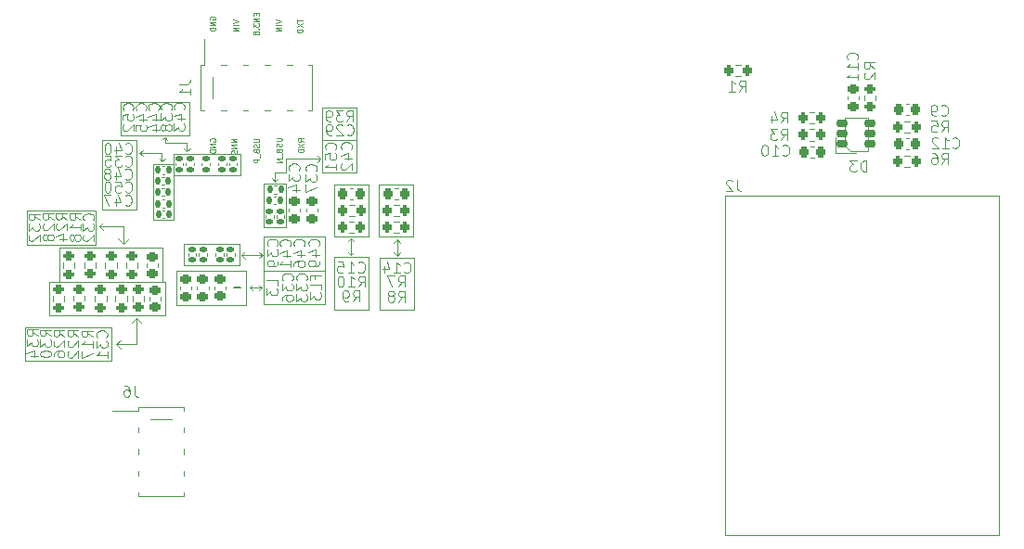
<source format=gbo>
G04 #@! TF.GenerationSoftware,KiCad,Pcbnew,8.0.0-rc1*
G04 #@! TF.CreationDate,2025-03-27T12:12:56+03:00*
G04 #@! TF.ProjectId,GSM_CT_V1.0,47534d5f-4354-45f5-9631-2e302e6b6963,rev?*
G04 #@! TF.SameCoordinates,Original*
G04 #@! TF.FileFunction,Legend,Bot*
G04 #@! TF.FilePolarity,Positive*
%FSLAX46Y46*%
G04 Gerber Fmt 4.6, Leading zero omitted, Abs format (unit mm)*
G04 Created by KiCad (PCBNEW 8.0.0-rc1) date 2025-03-27 12:12:56*
%MOMM*%
%LPD*%
G01*
G04 APERTURE LIST*
G04 Aperture macros list*
%AMRoundRect*
0 Rectangle with rounded corners*
0 $1 Rounding radius*
0 $2 $3 $4 $5 $6 $7 $8 $9 X,Y pos of 4 corners*
0 Add a 4 corners polygon primitive as box body*
4,1,4,$2,$3,$4,$5,$6,$7,$8,$9,$2,$3,0*
0 Add four circle primitives for the rounded corners*
1,1,$1+$1,$2,$3*
1,1,$1+$1,$4,$5*
1,1,$1+$1,$6,$7*
1,1,$1+$1,$8,$9*
0 Add four rect primitives between the rounded corners*
20,1,$1+$1,$2,$3,$4,$5,0*
20,1,$1+$1,$4,$5,$6,$7,0*
20,1,$1+$1,$6,$7,$8,$9,0*
20,1,$1+$1,$8,$9,$2,$3,0*%
G04 Aperture macros list end*
%ADD10C,0.120000*%
%ADD11C,0.050000*%
%ADD12C,0.100000*%
%ADD13C,0.200000*%
%ADD14C,5.200000*%
%ADD15C,0.900000*%
%ADD16C,6.200000*%
%ADD17RoundRect,0.225000X0.225000X0.250000X-0.225000X0.250000X-0.225000X-0.250000X0.225000X-0.250000X0*%
%ADD18RoundRect,0.225000X-0.225000X-0.250000X0.225000X-0.250000X0.225000X0.250000X-0.225000X0.250000X0*%
%ADD19RoundRect,0.218750X-0.256250X0.218750X-0.256250X-0.218750X0.256250X-0.218750X0.256250X0.218750X0*%
%ADD20RoundRect,0.140000X0.170000X-0.140000X0.170000X0.140000X-0.170000X0.140000X-0.170000X-0.140000X0*%
%ADD21RoundRect,0.225000X-0.250000X0.225000X-0.250000X-0.225000X0.250000X-0.225000X0.250000X0.225000X0*%
%ADD22RoundRect,0.200000X0.200000X0.275000X-0.200000X0.275000X-0.200000X-0.275000X0.200000X-0.275000X0*%
%ADD23R,2.750000X1.000000*%
%ADD24RoundRect,0.200000X-0.275000X0.200000X-0.275000X-0.200000X0.275000X-0.200000X0.275000X0.200000X0*%
%ADD25RoundRect,0.140000X0.140000X0.170000X-0.140000X0.170000X-0.140000X-0.170000X0.140000X-0.170000X0*%
%ADD26R,0.700000X0.650000*%
%ADD27RoundRect,0.130435X-0.419565X0.169565X-0.419565X-0.169565X0.419565X-0.169565X0.419565X0.169565X0*%
%ADD28RoundRect,0.200000X-0.200000X-0.275000X0.200000X-0.275000X0.200000X0.275000X-0.200000X0.275000X0*%
%ADD29RoundRect,0.140000X-0.170000X0.140000X-0.170000X-0.140000X0.170000X-0.140000X0.170000X0.140000X0*%
%ADD30RoundRect,0.225000X0.250000X-0.225000X0.250000X0.225000X-0.250000X0.225000X-0.250000X-0.225000X0*%
%ADD31RoundRect,0.140000X-0.140000X-0.170000X0.140000X-0.170000X0.140000X0.170000X-0.140000X0.170000X0*%
%ADD32RoundRect,0.135000X-0.135000X-0.185000X0.135000X-0.185000X0.135000X0.185000X-0.135000X0.185000X0*%
%ADD33R,1.000000X2.750000*%
%ADD34R,1.300000X2.400000*%
G04 APERTURE END LIST*
D10*
X84330000Y-86190000D02*
X86540000Y-86190000D01*
D11*
X67590000Y-84470000D02*
X70690000Y-84470000D01*
X70690000Y-90770000D01*
X67590000Y-90770000D01*
X67590000Y-84470000D01*
D10*
X69530000Y-93920000D02*
X69530000Y-92320000D01*
X90290000Y-94950000D02*
X90030000Y-94690000D01*
X71265355Y-85935355D02*
X70990000Y-85660000D01*
X81890000Y-98190000D02*
X82120000Y-97960000D01*
D11*
X74350000Y-96420000D02*
X80730000Y-96420000D01*
X80730000Y-99520000D01*
X74350000Y-99520000D01*
X74350000Y-96420000D01*
D10*
X94460000Y-95020000D02*
X94762100Y-94717900D01*
X84330000Y-87430000D02*
X83360000Y-87430000D01*
X86540000Y-86190000D02*
X87490000Y-86190000D01*
D11*
X92870841Y-95190840D02*
X96030000Y-95190840D01*
X96030000Y-99970000D01*
X92870841Y-99970000D01*
X92870841Y-95190840D01*
D10*
X73030000Y-86390000D02*
X72810000Y-86170000D01*
D11*
X60690000Y-90920000D02*
X66990000Y-90920000D01*
X66990000Y-94020000D01*
X60690000Y-94020000D01*
X60690000Y-90920000D01*
D10*
X70990000Y-85660000D02*
X73030000Y-85660000D01*
X75300000Y-85500000D02*
X75030000Y-85230000D01*
D11*
X63660000Y-94290000D02*
X73040000Y-94290000D01*
X73040000Y-97390000D01*
X63660000Y-97390000D01*
X63660000Y-94290000D01*
D10*
X81010000Y-97960000D02*
X82120000Y-97960000D01*
D11*
X87670000Y-84460000D02*
X90770000Y-84460000D01*
D10*
X73310000Y-84210000D02*
X73520000Y-84420000D01*
D11*
X69230000Y-80950000D02*
X75530000Y-80950000D01*
X75530000Y-84050000D01*
X69230000Y-84050000D01*
X69230000Y-80950000D01*
X88710841Y-95150420D02*
X91870000Y-95150420D01*
X91870000Y-99929580D01*
X88710841Y-99929580D01*
X88710841Y-95150420D01*
D10*
X73030000Y-86390000D02*
X73290000Y-86130000D01*
X75300000Y-85500000D02*
X75300000Y-84700000D01*
X80310000Y-94970000D02*
X80640000Y-94640000D01*
D11*
X62730000Y-97380000D02*
X73290000Y-97380000D01*
X73290000Y-100480000D01*
X62730000Y-100480000D01*
X62730000Y-97380000D01*
X60510000Y-101520000D02*
X68430000Y-101520000D01*
X68430000Y-104620000D01*
X60510000Y-104620000D01*
X60510000Y-101520000D01*
D10*
X90290000Y-93430000D02*
X90550000Y-93690000D01*
X70670000Y-100730000D02*
X71090000Y-101150000D01*
X73030000Y-85660000D02*
X73030000Y-86390000D01*
X82200000Y-94970000D02*
X81920000Y-95250000D01*
X80310000Y-94970000D02*
X80620000Y-95280000D01*
X69530000Y-93920000D02*
X70030000Y-93420000D01*
X94170000Y-93820000D02*
X94460000Y-93530000D01*
X90290000Y-93430000D02*
X90290000Y-94950000D01*
X70670000Y-100730000D02*
X70260000Y-101140000D01*
D11*
X82310000Y-88439353D02*
X84350646Y-88439353D01*
X84350646Y-92400000D01*
X82310000Y-92400000D01*
X82310000Y-88439353D01*
D10*
X81010000Y-97960000D02*
X81260000Y-98210000D01*
D11*
X74114852Y-85750000D02*
X80205147Y-85750000D01*
X80205147Y-87650295D01*
X74114852Y-87650295D01*
X74114852Y-85750000D01*
D10*
X67320000Y-92320000D02*
X67670000Y-91970000D01*
D11*
X75034705Y-93964704D02*
X80105000Y-93964704D01*
X80105000Y-95864999D01*
X75034705Y-95864999D01*
X75034705Y-93964704D01*
D10*
X83360000Y-88250000D02*
X83680000Y-87930000D01*
X84330000Y-87430000D02*
X84330000Y-86190000D01*
X75300000Y-85500000D02*
X75590000Y-85210000D01*
D11*
X82310000Y-93270000D02*
X87860000Y-93270000D01*
X87860000Y-96370000D01*
X82310000Y-96370000D01*
X82310000Y-93270000D01*
D10*
X87490000Y-86190000D02*
X87220000Y-85920000D01*
D11*
X82310000Y-96370000D02*
X87860000Y-96370000D01*
X87860000Y-99470000D01*
X82310000Y-99470000D01*
X82310000Y-96370000D01*
D10*
X90290000Y-94950000D02*
X90550000Y-94690000D01*
X83360000Y-88250000D02*
X83040000Y-87930000D01*
X81010000Y-97960000D02*
X81280000Y-97690000D01*
X82120000Y-97960000D02*
X81888248Y-97728248D01*
D11*
X88710000Y-88490840D02*
X91869159Y-88490840D01*
X91869159Y-93270000D01*
X88710000Y-93270000D01*
X88710000Y-88490840D01*
D10*
X94460000Y-95020000D02*
X94170491Y-94730491D01*
X87490000Y-86190000D02*
X87210000Y-86470000D01*
X80310000Y-94970000D02*
X82200000Y-94970000D01*
X94460000Y-93530000D02*
X94750000Y-93820000D01*
X69530000Y-93920000D02*
X69030000Y-93420000D01*
X70990000Y-85660000D02*
X71276088Y-85373912D01*
X67320000Y-92320000D02*
X67700000Y-92700000D01*
X83360000Y-88250000D02*
X83360000Y-87430000D01*
X94460000Y-93530000D02*
X94460000Y-95020000D01*
X69530000Y-92320000D02*
X67320000Y-92320000D01*
X75300000Y-84700000D02*
X73310000Y-84700000D01*
D11*
X92819354Y-88509353D02*
X95978513Y-88509353D01*
X95978513Y-93288513D01*
X92819354Y-93288513D01*
X92819354Y-88509353D01*
D10*
X70670000Y-103120000D02*
X68870000Y-103120000D01*
X90290000Y-93430000D02*
X90030000Y-93690000D01*
X82200000Y-94970000D02*
X81920000Y-94690000D01*
X73310000Y-84700000D02*
X73310000Y-84210000D01*
D11*
X72219705Y-86680000D02*
X74120000Y-86680000D01*
X74120000Y-91750295D01*
X72219705Y-91750295D01*
X72219705Y-86680000D01*
D10*
X68870000Y-103120000D02*
X69270000Y-103520000D01*
D11*
X87670000Y-81495000D02*
X90770000Y-81495000D01*
X90770000Y-87425000D01*
X87670000Y-87425000D01*
X87670000Y-81495000D01*
D10*
X68870000Y-103120000D02*
X69250000Y-102740000D01*
X70670000Y-100730000D02*
X70670000Y-103120000D01*
X73310000Y-84210000D02*
X73110000Y-84410000D01*
D12*
X81413609Y-84334836D02*
X81818371Y-84334836D01*
X81818371Y-84334836D02*
X81865990Y-84358646D01*
X81865990Y-84358646D02*
X81889800Y-84382455D01*
X81889800Y-84382455D02*
X81913609Y-84430074D01*
X81913609Y-84430074D02*
X81913609Y-84525312D01*
X81913609Y-84525312D02*
X81889800Y-84572931D01*
X81889800Y-84572931D02*
X81865990Y-84596741D01*
X81865990Y-84596741D02*
X81818371Y-84620550D01*
X81818371Y-84620550D02*
X81413609Y-84620550D01*
X81889800Y-84834837D02*
X81913609Y-84906265D01*
X81913609Y-84906265D02*
X81913609Y-85025313D01*
X81913609Y-85025313D02*
X81889800Y-85072932D01*
X81889800Y-85072932D02*
X81865990Y-85096741D01*
X81865990Y-85096741D02*
X81818371Y-85120551D01*
X81818371Y-85120551D02*
X81770752Y-85120551D01*
X81770752Y-85120551D02*
X81723133Y-85096741D01*
X81723133Y-85096741D02*
X81699323Y-85072932D01*
X81699323Y-85072932D02*
X81675514Y-85025313D01*
X81675514Y-85025313D02*
X81651704Y-84930075D01*
X81651704Y-84930075D02*
X81627895Y-84882456D01*
X81627895Y-84882456D02*
X81604085Y-84858646D01*
X81604085Y-84858646D02*
X81556466Y-84834837D01*
X81556466Y-84834837D02*
X81508847Y-84834837D01*
X81508847Y-84834837D02*
X81461228Y-84858646D01*
X81461228Y-84858646D02*
X81437419Y-84882456D01*
X81437419Y-84882456D02*
X81413609Y-84930075D01*
X81413609Y-84930075D02*
X81413609Y-85049122D01*
X81413609Y-85049122D02*
X81437419Y-85120551D01*
X81651704Y-85501503D02*
X81675514Y-85572931D01*
X81675514Y-85572931D02*
X81699323Y-85596741D01*
X81699323Y-85596741D02*
X81746942Y-85620550D01*
X81746942Y-85620550D02*
X81818371Y-85620550D01*
X81818371Y-85620550D02*
X81865990Y-85596741D01*
X81865990Y-85596741D02*
X81889800Y-85572931D01*
X81889800Y-85572931D02*
X81913609Y-85525312D01*
X81913609Y-85525312D02*
X81913609Y-85334836D01*
X81913609Y-85334836D02*
X81413609Y-85334836D01*
X81413609Y-85334836D02*
X81413609Y-85501503D01*
X81413609Y-85501503D02*
X81437419Y-85549122D01*
X81437419Y-85549122D02*
X81461228Y-85572931D01*
X81461228Y-85572931D02*
X81508847Y-85596741D01*
X81508847Y-85596741D02*
X81556466Y-85596741D01*
X81556466Y-85596741D02*
X81604085Y-85572931D01*
X81604085Y-85572931D02*
X81627895Y-85549122D01*
X81627895Y-85549122D02*
X81651704Y-85501503D01*
X81651704Y-85501503D02*
X81651704Y-85334836D01*
X81961228Y-85715789D02*
X81961228Y-86096741D01*
X81913609Y-86215788D02*
X81413609Y-86215788D01*
X81413609Y-86215788D02*
X81413609Y-86406264D01*
X81413609Y-86406264D02*
X81437419Y-86453883D01*
X81437419Y-86453883D02*
X81461228Y-86477693D01*
X81461228Y-86477693D02*
X81508847Y-86501502D01*
X81508847Y-86501502D02*
X81580276Y-86501502D01*
X81580276Y-86501502D02*
X81627895Y-86477693D01*
X81627895Y-86477693D02*
X81651704Y-86453883D01*
X81651704Y-86453883D02*
X81675514Y-86406264D01*
X81675514Y-86406264D02*
X81675514Y-86215788D01*
X83463609Y-84294836D02*
X83868371Y-84294836D01*
X83868371Y-84294836D02*
X83915990Y-84318646D01*
X83915990Y-84318646D02*
X83939800Y-84342455D01*
X83939800Y-84342455D02*
X83963609Y-84390074D01*
X83963609Y-84390074D02*
X83963609Y-84485312D01*
X83963609Y-84485312D02*
X83939800Y-84532931D01*
X83939800Y-84532931D02*
X83915990Y-84556741D01*
X83915990Y-84556741D02*
X83868371Y-84580550D01*
X83868371Y-84580550D02*
X83463609Y-84580550D01*
X83939800Y-84794837D02*
X83963609Y-84866265D01*
X83963609Y-84866265D02*
X83963609Y-84985313D01*
X83963609Y-84985313D02*
X83939800Y-85032932D01*
X83939800Y-85032932D02*
X83915990Y-85056741D01*
X83915990Y-85056741D02*
X83868371Y-85080551D01*
X83868371Y-85080551D02*
X83820752Y-85080551D01*
X83820752Y-85080551D02*
X83773133Y-85056741D01*
X83773133Y-85056741D02*
X83749323Y-85032932D01*
X83749323Y-85032932D02*
X83725514Y-84985313D01*
X83725514Y-84985313D02*
X83701704Y-84890075D01*
X83701704Y-84890075D02*
X83677895Y-84842456D01*
X83677895Y-84842456D02*
X83654085Y-84818646D01*
X83654085Y-84818646D02*
X83606466Y-84794837D01*
X83606466Y-84794837D02*
X83558847Y-84794837D01*
X83558847Y-84794837D02*
X83511228Y-84818646D01*
X83511228Y-84818646D02*
X83487419Y-84842456D01*
X83487419Y-84842456D02*
X83463609Y-84890075D01*
X83463609Y-84890075D02*
X83463609Y-85009122D01*
X83463609Y-85009122D02*
X83487419Y-85080551D01*
X83701704Y-85461503D02*
X83725514Y-85532931D01*
X83725514Y-85532931D02*
X83749323Y-85556741D01*
X83749323Y-85556741D02*
X83796942Y-85580550D01*
X83796942Y-85580550D02*
X83868371Y-85580550D01*
X83868371Y-85580550D02*
X83915990Y-85556741D01*
X83915990Y-85556741D02*
X83939800Y-85532931D01*
X83939800Y-85532931D02*
X83963609Y-85485312D01*
X83963609Y-85485312D02*
X83963609Y-85294836D01*
X83963609Y-85294836D02*
X83463609Y-85294836D01*
X83463609Y-85294836D02*
X83463609Y-85461503D01*
X83463609Y-85461503D02*
X83487419Y-85509122D01*
X83487419Y-85509122D02*
X83511228Y-85532931D01*
X83511228Y-85532931D02*
X83558847Y-85556741D01*
X83558847Y-85556741D02*
X83606466Y-85556741D01*
X83606466Y-85556741D02*
X83654085Y-85532931D01*
X83654085Y-85532931D02*
X83677895Y-85509122D01*
X83677895Y-85509122D02*
X83701704Y-85461503D01*
X83701704Y-85461503D02*
X83701704Y-85294836D01*
X84011228Y-85675789D02*
X84011228Y-86056741D01*
X83963609Y-86175788D02*
X83463609Y-86175788D01*
X83463609Y-86175788D02*
X83963609Y-86461502D01*
X83963609Y-86461502D02*
X83463609Y-86461502D01*
X85346846Y-73413111D02*
X85346846Y-73698825D01*
X85846846Y-73555968D02*
X85346846Y-73555968D01*
X85346846Y-73817872D02*
X85846846Y-74151205D01*
X85346846Y-74151205D02*
X85846846Y-73817872D01*
X85846846Y-74341681D02*
X85346846Y-74341681D01*
X85346846Y-74341681D02*
X85346846Y-74460729D01*
X85346846Y-74460729D02*
X85370656Y-74532157D01*
X85370656Y-74532157D02*
X85418275Y-74579776D01*
X85418275Y-74579776D02*
X85465894Y-74603586D01*
X85465894Y-74603586D02*
X85561132Y-74627395D01*
X85561132Y-74627395D02*
X85632560Y-74627395D01*
X85632560Y-74627395D02*
X85727798Y-74603586D01*
X85727798Y-74603586D02*
X85775417Y-74579776D01*
X85775417Y-74579776D02*
X85823037Y-74532157D01*
X85823037Y-74532157D02*
X85846846Y-74460729D01*
X85846846Y-74460729D02*
X85846846Y-74341681D01*
X79873609Y-84334836D02*
X79373609Y-84334836D01*
X79373609Y-84334836D02*
X79730752Y-84501503D01*
X79730752Y-84501503D02*
X79373609Y-84668169D01*
X79373609Y-84668169D02*
X79873609Y-84668169D01*
X79873609Y-84906265D02*
X79373609Y-84906265D01*
X79373609Y-84906265D02*
X79873609Y-85191979D01*
X79873609Y-85191979D02*
X79373609Y-85191979D01*
X79849800Y-85406266D02*
X79873609Y-85477694D01*
X79873609Y-85477694D02*
X79873609Y-85596742D01*
X79873609Y-85596742D02*
X79849800Y-85644361D01*
X79849800Y-85644361D02*
X79825990Y-85668170D01*
X79825990Y-85668170D02*
X79778371Y-85691980D01*
X79778371Y-85691980D02*
X79730752Y-85691980D01*
X79730752Y-85691980D02*
X79683133Y-85668170D01*
X79683133Y-85668170D02*
X79659323Y-85644361D01*
X79659323Y-85644361D02*
X79635514Y-85596742D01*
X79635514Y-85596742D02*
X79611704Y-85501504D01*
X79611704Y-85501504D02*
X79587895Y-85453885D01*
X79587895Y-85453885D02*
X79564085Y-85430075D01*
X79564085Y-85430075D02*
X79516466Y-85406266D01*
X79516466Y-85406266D02*
X79468847Y-85406266D01*
X79468847Y-85406266D02*
X79421228Y-85430075D01*
X79421228Y-85430075D02*
X79397419Y-85453885D01*
X79397419Y-85453885D02*
X79373609Y-85501504D01*
X79373609Y-85501504D02*
X79373609Y-85620551D01*
X79373609Y-85620551D02*
X79397419Y-85691980D01*
X83396846Y-73453111D02*
X83896846Y-73619777D01*
X83896846Y-73619777D02*
X83396846Y-73786444D01*
X83896846Y-73953110D02*
X83396846Y-73953110D01*
X83896846Y-74191205D02*
X83396846Y-74191205D01*
X83396846Y-74191205D02*
X83896846Y-74476919D01*
X83896846Y-74476919D02*
X83396846Y-74476919D01*
X77410656Y-73456444D02*
X77386846Y-73408825D01*
X77386846Y-73408825D02*
X77386846Y-73337396D01*
X77386846Y-73337396D02*
X77410656Y-73265968D01*
X77410656Y-73265968D02*
X77458275Y-73218349D01*
X77458275Y-73218349D02*
X77505894Y-73194539D01*
X77505894Y-73194539D02*
X77601132Y-73170730D01*
X77601132Y-73170730D02*
X77672560Y-73170730D01*
X77672560Y-73170730D02*
X77767798Y-73194539D01*
X77767798Y-73194539D02*
X77815417Y-73218349D01*
X77815417Y-73218349D02*
X77863037Y-73265968D01*
X77863037Y-73265968D02*
X77886846Y-73337396D01*
X77886846Y-73337396D02*
X77886846Y-73385015D01*
X77886846Y-73385015D02*
X77863037Y-73456444D01*
X77863037Y-73456444D02*
X77839227Y-73480253D01*
X77839227Y-73480253D02*
X77672560Y-73480253D01*
X77672560Y-73480253D02*
X77672560Y-73385015D01*
X77886846Y-73694539D02*
X77386846Y-73694539D01*
X77386846Y-73694539D02*
X77886846Y-73980253D01*
X77886846Y-73980253D02*
X77386846Y-73980253D01*
X77886846Y-74218349D02*
X77386846Y-74218349D01*
X77386846Y-74218349D02*
X77386846Y-74337397D01*
X77386846Y-74337397D02*
X77410656Y-74408825D01*
X77410656Y-74408825D02*
X77458275Y-74456444D01*
X77458275Y-74456444D02*
X77505894Y-74480254D01*
X77505894Y-74480254D02*
X77601132Y-74504063D01*
X77601132Y-74504063D02*
X77672560Y-74504063D01*
X77672560Y-74504063D02*
X77767798Y-74480254D01*
X77767798Y-74480254D02*
X77815417Y-74456444D01*
X77815417Y-74456444D02*
X77863037Y-74408825D01*
X77863037Y-74408825D02*
X77886846Y-74337397D01*
X77886846Y-74337397D02*
X77886846Y-74218349D01*
X81609969Y-72874539D02*
X81609969Y-73041206D01*
X81871874Y-73112634D02*
X81871874Y-72874539D01*
X81871874Y-72874539D02*
X81371874Y-72874539D01*
X81371874Y-72874539D02*
X81371874Y-73112634D01*
X81871874Y-73326920D02*
X81371874Y-73326920D01*
X81371874Y-73326920D02*
X81871874Y-73612634D01*
X81871874Y-73612634D02*
X81371874Y-73612634D01*
X81371874Y-73803111D02*
X81371874Y-74112635D01*
X81371874Y-74112635D02*
X81562350Y-73945968D01*
X81562350Y-73945968D02*
X81562350Y-74017397D01*
X81562350Y-74017397D02*
X81586160Y-74065016D01*
X81586160Y-74065016D02*
X81609969Y-74088825D01*
X81609969Y-74088825D02*
X81657588Y-74112635D01*
X81657588Y-74112635D02*
X81776636Y-74112635D01*
X81776636Y-74112635D02*
X81824255Y-74088825D01*
X81824255Y-74088825D02*
X81848065Y-74065016D01*
X81848065Y-74065016D02*
X81871874Y-74017397D01*
X81871874Y-74017397D02*
X81871874Y-73874540D01*
X81871874Y-73874540D02*
X81848065Y-73826921D01*
X81848065Y-73826921D02*
X81824255Y-73803111D01*
X81824255Y-74326920D02*
X81848065Y-74350730D01*
X81848065Y-74350730D02*
X81871874Y-74326920D01*
X81871874Y-74326920D02*
X81848065Y-74303111D01*
X81848065Y-74303111D02*
X81824255Y-74326920D01*
X81824255Y-74326920D02*
X81871874Y-74326920D01*
X81586160Y-74636444D02*
X81562350Y-74588825D01*
X81562350Y-74588825D02*
X81538541Y-74565015D01*
X81538541Y-74565015D02*
X81490922Y-74541206D01*
X81490922Y-74541206D02*
X81467112Y-74541206D01*
X81467112Y-74541206D02*
X81419493Y-74565015D01*
X81419493Y-74565015D02*
X81395684Y-74588825D01*
X81395684Y-74588825D02*
X81371874Y-74636444D01*
X81371874Y-74636444D02*
X81371874Y-74731682D01*
X81371874Y-74731682D02*
X81395684Y-74779301D01*
X81395684Y-74779301D02*
X81419493Y-74803110D01*
X81419493Y-74803110D02*
X81467112Y-74826920D01*
X81467112Y-74826920D02*
X81490922Y-74826920D01*
X81490922Y-74826920D02*
X81538541Y-74803110D01*
X81538541Y-74803110D02*
X81562350Y-74779301D01*
X81562350Y-74779301D02*
X81586160Y-74731682D01*
X81586160Y-74731682D02*
X81586160Y-74636444D01*
X81586160Y-74636444D02*
X81609969Y-74588825D01*
X81609969Y-74588825D02*
X81633779Y-74565015D01*
X81633779Y-74565015D02*
X81681398Y-74541206D01*
X81681398Y-74541206D02*
X81776636Y-74541206D01*
X81776636Y-74541206D02*
X81824255Y-74565015D01*
X81824255Y-74565015D02*
X81848065Y-74588825D01*
X81848065Y-74588825D02*
X81871874Y-74636444D01*
X81871874Y-74636444D02*
X81871874Y-74731682D01*
X81871874Y-74731682D02*
X81848065Y-74779301D01*
X81848065Y-74779301D02*
X81824255Y-74803110D01*
X81824255Y-74803110D02*
X81776636Y-74826920D01*
X81776636Y-74826920D02*
X81681398Y-74826920D01*
X81681398Y-74826920D02*
X81633779Y-74803110D01*
X81633779Y-74803110D02*
X81609969Y-74779301D01*
X81609969Y-74779301D02*
X81586160Y-74731682D01*
X85943609Y-84610550D02*
X85705514Y-84443884D01*
X85943609Y-84324836D02*
X85443609Y-84324836D01*
X85443609Y-84324836D02*
X85443609Y-84515312D01*
X85443609Y-84515312D02*
X85467419Y-84562931D01*
X85467419Y-84562931D02*
X85491228Y-84586741D01*
X85491228Y-84586741D02*
X85538847Y-84610550D01*
X85538847Y-84610550D02*
X85610276Y-84610550D01*
X85610276Y-84610550D02*
X85657895Y-84586741D01*
X85657895Y-84586741D02*
X85681704Y-84562931D01*
X85681704Y-84562931D02*
X85705514Y-84515312D01*
X85705514Y-84515312D02*
X85705514Y-84324836D01*
X85443609Y-84777217D02*
X85943609Y-85110550D01*
X85443609Y-85110550D02*
X85943609Y-84777217D01*
X85943609Y-85301026D02*
X85443609Y-85301026D01*
X85443609Y-85301026D02*
X85443609Y-85420074D01*
X85443609Y-85420074D02*
X85467419Y-85491502D01*
X85467419Y-85491502D02*
X85515038Y-85539121D01*
X85515038Y-85539121D02*
X85562657Y-85562931D01*
X85562657Y-85562931D02*
X85657895Y-85586740D01*
X85657895Y-85586740D02*
X85729323Y-85586740D01*
X85729323Y-85586740D02*
X85824561Y-85562931D01*
X85824561Y-85562931D02*
X85872180Y-85539121D01*
X85872180Y-85539121D02*
X85919800Y-85491502D01*
X85919800Y-85491502D02*
X85943609Y-85420074D01*
X85943609Y-85420074D02*
X85943609Y-85301026D01*
X77437419Y-84576741D02*
X77413609Y-84529122D01*
X77413609Y-84529122D02*
X77413609Y-84457693D01*
X77413609Y-84457693D02*
X77437419Y-84386265D01*
X77437419Y-84386265D02*
X77485038Y-84338646D01*
X77485038Y-84338646D02*
X77532657Y-84314836D01*
X77532657Y-84314836D02*
X77627895Y-84291027D01*
X77627895Y-84291027D02*
X77699323Y-84291027D01*
X77699323Y-84291027D02*
X77794561Y-84314836D01*
X77794561Y-84314836D02*
X77842180Y-84338646D01*
X77842180Y-84338646D02*
X77889800Y-84386265D01*
X77889800Y-84386265D02*
X77913609Y-84457693D01*
X77913609Y-84457693D02*
X77913609Y-84505312D01*
X77913609Y-84505312D02*
X77889800Y-84576741D01*
X77889800Y-84576741D02*
X77865990Y-84600550D01*
X77865990Y-84600550D02*
X77699323Y-84600550D01*
X77699323Y-84600550D02*
X77699323Y-84505312D01*
X77913609Y-84814836D02*
X77413609Y-84814836D01*
X77413609Y-84814836D02*
X77913609Y-85100550D01*
X77913609Y-85100550D02*
X77413609Y-85100550D01*
X77913609Y-85338646D02*
X77413609Y-85338646D01*
X77413609Y-85338646D02*
X77413609Y-85457694D01*
X77413609Y-85457694D02*
X77437419Y-85529122D01*
X77437419Y-85529122D02*
X77485038Y-85576741D01*
X77485038Y-85576741D02*
X77532657Y-85600551D01*
X77532657Y-85600551D02*
X77627895Y-85624360D01*
X77627895Y-85624360D02*
X77699323Y-85624360D01*
X77699323Y-85624360D02*
X77794561Y-85600551D01*
X77794561Y-85600551D02*
X77842180Y-85576741D01*
X77842180Y-85576741D02*
X77889800Y-85529122D01*
X77889800Y-85529122D02*
X77913609Y-85457694D01*
X77913609Y-85457694D02*
X77913609Y-85338646D01*
X79496846Y-73433111D02*
X79996846Y-73599777D01*
X79996846Y-73599777D02*
X79496846Y-73766444D01*
X79996846Y-73933110D02*
X79496846Y-73933110D01*
X79996846Y-74171205D02*
X79496846Y-74171205D01*
X79496846Y-74171205D02*
X79996846Y-74456919D01*
X79996846Y-74456919D02*
X79496846Y-74456919D01*
X95102857Y-96502180D02*
X95150476Y-96549800D01*
X95150476Y-96549800D02*
X95293333Y-96597419D01*
X95293333Y-96597419D02*
X95388571Y-96597419D01*
X95388571Y-96597419D02*
X95531428Y-96549800D01*
X95531428Y-96549800D02*
X95626666Y-96454561D01*
X95626666Y-96454561D02*
X95674285Y-96359323D01*
X95674285Y-96359323D02*
X95721904Y-96168847D01*
X95721904Y-96168847D02*
X95721904Y-96025990D01*
X95721904Y-96025990D02*
X95674285Y-95835514D01*
X95674285Y-95835514D02*
X95626666Y-95740276D01*
X95626666Y-95740276D02*
X95531428Y-95645038D01*
X95531428Y-95645038D02*
X95388571Y-95597419D01*
X95388571Y-95597419D02*
X95293333Y-95597419D01*
X95293333Y-95597419D02*
X95150476Y-95645038D01*
X95150476Y-95645038D02*
X95102857Y-95692657D01*
X94150476Y-96597419D02*
X94721904Y-96597419D01*
X94436190Y-96597419D02*
X94436190Y-95597419D01*
X94436190Y-95597419D02*
X94531428Y-95740276D01*
X94531428Y-95740276D02*
X94626666Y-95835514D01*
X94626666Y-95835514D02*
X94721904Y-95883133D01*
X93293333Y-95930752D02*
X93293333Y-96597419D01*
X93531428Y-95549800D02*
X93769523Y-96264085D01*
X93769523Y-96264085D02*
X93150476Y-96264085D01*
X145132857Y-85112180D02*
X145180476Y-85159800D01*
X145180476Y-85159800D02*
X145323333Y-85207419D01*
X145323333Y-85207419D02*
X145418571Y-85207419D01*
X145418571Y-85207419D02*
X145561428Y-85159800D01*
X145561428Y-85159800D02*
X145656666Y-85064561D01*
X145656666Y-85064561D02*
X145704285Y-84969323D01*
X145704285Y-84969323D02*
X145751904Y-84778847D01*
X145751904Y-84778847D02*
X145751904Y-84635990D01*
X145751904Y-84635990D02*
X145704285Y-84445514D01*
X145704285Y-84445514D02*
X145656666Y-84350276D01*
X145656666Y-84350276D02*
X145561428Y-84255038D01*
X145561428Y-84255038D02*
X145418571Y-84207419D01*
X145418571Y-84207419D02*
X145323333Y-84207419D01*
X145323333Y-84207419D02*
X145180476Y-84255038D01*
X145180476Y-84255038D02*
X145132857Y-84302657D01*
X144180476Y-85207419D02*
X144751904Y-85207419D01*
X144466190Y-85207419D02*
X144466190Y-84207419D01*
X144466190Y-84207419D02*
X144561428Y-84350276D01*
X144561428Y-84350276D02*
X144656666Y-84445514D01*
X144656666Y-84445514D02*
X144751904Y-84493133D01*
X143799523Y-84302657D02*
X143751904Y-84255038D01*
X143751904Y-84255038D02*
X143656666Y-84207419D01*
X143656666Y-84207419D02*
X143418571Y-84207419D01*
X143418571Y-84207419D02*
X143323333Y-84255038D01*
X143323333Y-84255038D02*
X143275714Y-84302657D01*
X143275714Y-84302657D02*
X143228095Y-84397895D01*
X143228095Y-84397895D02*
X143228095Y-84493133D01*
X143228095Y-84493133D02*
X143275714Y-84635990D01*
X143275714Y-84635990D02*
X143847142Y-85207419D01*
X143847142Y-85207419D02*
X143228095Y-85207419D01*
X83547419Y-97753333D02*
X83547419Y-97277143D01*
X83547419Y-97277143D02*
X82547419Y-97277143D01*
X82547419Y-97991429D02*
X82547419Y-98610476D01*
X82547419Y-98610476D02*
X82928371Y-98277143D01*
X82928371Y-98277143D02*
X82928371Y-98420000D01*
X82928371Y-98420000D02*
X82975990Y-98515238D01*
X82975990Y-98515238D02*
X83023609Y-98562857D01*
X83023609Y-98562857D02*
X83118847Y-98610476D01*
X83118847Y-98610476D02*
X83356942Y-98610476D01*
X83356942Y-98610476D02*
X83452180Y-98562857D01*
X83452180Y-98562857D02*
X83499800Y-98515238D01*
X83499800Y-98515238D02*
X83547419Y-98420000D01*
X83547419Y-98420000D02*
X83547419Y-98134286D01*
X83547419Y-98134286D02*
X83499800Y-98039048D01*
X83499800Y-98039048D02*
X83452180Y-97991429D01*
X83522180Y-94107142D02*
X83569800Y-94059523D01*
X83569800Y-94059523D02*
X83617419Y-93916666D01*
X83617419Y-93916666D02*
X83617419Y-93821428D01*
X83617419Y-93821428D02*
X83569800Y-93678571D01*
X83569800Y-93678571D02*
X83474561Y-93583333D01*
X83474561Y-93583333D02*
X83379323Y-93535714D01*
X83379323Y-93535714D02*
X83188847Y-93488095D01*
X83188847Y-93488095D02*
X83045990Y-93488095D01*
X83045990Y-93488095D02*
X82855514Y-93535714D01*
X82855514Y-93535714D02*
X82760276Y-93583333D01*
X82760276Y-93583333D02*
X82665038Y-93678571D01*
X82665038Y-93678571D02*
X82617419Y-93821428D01*
X82617419Y-93821428D02*
X82617419Y-93916666D01*
X82617419Y-93916666D02*
X82665038Y-94059523D01*
X82665038Y-94059523D02*
X82712657Y-94107142D01*
X82617419Y-94440476D02*
X82617419Y-95059523D01*
X82617419Y-95059523D02*
X82998371Y-94726190D01*
X82998371Y-94726190D02*
X82998371Y-94869047D01*
X82998371Y-94869047D02*
X83045990Y-94964285D01*
X83045990Y-94964285D02*
X83093609Y-95011904D01*
X83093609Y-95011904D02*
X83188847Y-95059523D01*
X83188847Y-95059523D02*
X83426942Y-95059523D01*
X83426942Y-95059523D02*
X83522180Y-95011904D01*
X83522180Y-95011904D02*
X83569800Y-94964285D01*
X83569800Y-94964285D02*
X83617419Y-94869047D01*
X83617419Y-94869047D02*
X83617419Y-94583333D01*
X83617419Y-94583333D02*
X83569800Y-94488095D01*
X83569800Y-94488095D02*
X83522180Y-94440476D01*
X83617419Y-95535714D02*
X83617419Y-95726190D01*
X83617419Y-95726190D02*
X83569800Y-95821428D01*
X83569800Y-95821428D02*
X83522180Y-95869047D01*
X83522180Y-95869047D02*
X83379323Y-95964285D01*
X83379323Y-95964285D02*
X83188847Y-96011904D01*
X83188847Y-96011904D02*
X82807895Y-96011904D01*
X82807895Y-96011904D02*
X82712657Y-95964285D01*
X82712657Y-95964285D02*
X82665038Y-95916666D01*
X82665038Y-95916666D02*
X82617419Y-95821428D01*
X82617419Y-95821428D02*
X82617419Y-95630952D01*
X82617419Y-95630952D02*
X82665038Y-95535714D01*
X82665038Y-95535714D02*
X82712657Y-95488095D01*
X82712657Y-95488095D02*
X82807895Y-95440476D01*
X82807895Y-95440476D02*
X83045990Y-95440476D01*
X83045990Y-95440476D02*
X83141228Y-95488095D01*
X83141228Y-95488095D02*
X83188847Y-95535714D01*
X83188847Y-95535714D02*
X83236466Y-95630952D01*
X83236466Y-95630952D02*
X83236466Y-95821428D01*
X83236466Y-95821428D02*
X83188847Y-95916666D01*
X83188847Y-95916666D02*
X83141228Y-95964285D01*
X83141228Y-95964285D02*
X83045990Y-96011904D01*
X84882180Y-97257142D02*
X84929800Y-97209523D01*
X84929800Y-97209523D02*
X84977419Y-97066666D01*
X84977419Y-97066666D02*
X84977419Y-96971428D01*
X84977419Y-96971428D02*
X84929800Y-96828571D01*
X84929800Y-96828571D02*
X84834561Y-96733333D01*
X84834561Y-96733333D02*
X84739323Y-96685714D01*
X84739323Y-96685714D02*
X84548847Y-96638095D01*
X84548847Y-96638095D02*
X84405990Y-96638095D01*
X84405990Y-96638095D02*
X84215514Y-96685714D01*
X84215514Y-96685714D02*
X84120276Y-96733333D01*
X84120276Y-96733333D02*
X84025038Y-96828571D01*
X84025038Y-96828571D02*
X83977419Y-96971428D01*
X83977419Y-96971428D02*
X83977419Y-97066666D01*
X83977419Y-97066666D02*
X84025038Y-97209523D01*
X84025038Y-97209523D02*
X84072657Y-97257142D01*
X83977419Y-97590476D02*
X83977419Y-98209523D01*
X83977419Y-98209523D02*
X84358371Y-97876190D01*
X84358371Y-97876190D02*
X84358371Y-98019047D01*
X84358371Y-98019047D02*
X84405990Y-98114285D01*
X84405990Y-98114285D02*
X84453609Y-98161904D01*
X84453609Y-98161904D02*
X84548847Y-98209523D01*
X84548847Y-98209523D02*
X84786942Y-98209523D01*
X84786942Y-98209523D02*
X84882180Y-98161904D01*
X84882180Y-98161904D02*
X84929800Y-98114285D01*
X84929800Y-98114285D02*
X84977419Y-98019047D01*
X84977419Y-98019047D02*
X84977419Y-97733333D01*
X84977419Y-97733333D02*
X84929800Y-97638095D01*
X84929800Y-97638095D02*
X84882180Y-97590476D01*
X83977419Y-99066666D02*
X83977419Y-98876190D01*
X83977419Y-98876190D02*
X84025038Y-98780952D01*
X84025038Y-98780952D02*
X84072657Y-98733333D01*
X84072657Y-98733333D02*
X84215514Y-98638095D01*
X84215514Y-98638095D02*
X84405990Y-98590476D01*
X84405990Y-98590476D02*
X84786942Y-98590476D01*
X84786942Y-98590476D02*
X84882180Y-98638095D01*
X84882180Y-98638095D02*
X84929800Y-98685714D01*
X84929800Y-98685714D02*
X84977419Y-98780952D01*
X84977419Y-98780952D02*
X84977419Y-98971428D01*
X84977419Y-98971428D02*
X84929800Y-99066666D01*
X84929800Y-99066666D02*
X84882180Y-99114285D01*
X84882180Y-99114285D02*
X84786942Y-99161904D01*
X84786942Y-99161904D02*
X84548847Y-99161904D01*
X84548847Y-99161904D02*
X84453609Y-99114285D01*
X84453609Y-99114285D02*
X84405990Y-99066666D01*
X84405990Y-99066666D02*
X84358371Y-98971428D01*
X84358371Y-98971428D02*
X84358371Y-98780952D01*
X84358371Y-98780952D02*
X84405990Y-98685714D01*
X84405990Y-98685714D02*
X84453609Y-98638095D01*
X84453609Y-98638095D02*
X84548847Y-98590476D01*
X90922857Y-96481760D02*
X90970476Y-96529380D01*
X90970476Y-96529380D02*
X91113333Y-96576999D01*
X91113333Y-96576999D02*
X91208571Y-96576999D01*
X91208571Y-96576999D02*
X91351428Y-96529380D01*
X91351428Y-96529380D02*
X91446666Y-96434141D01*
X91446666Y-96434141D02*
X91494285Y-96338903D01*
X91494285Y-96338903D02*
X91541904Y-96148427D01*
X91541904Y-96148427D02*
X91541904Y-96005570D01*
X91541904Y-96005570D02*
X91494285Y-95815094D01*
X91494285Y-95815094D02*
X91446666Y-95719856D01*
X91446666Y-95719856D02*
X91351428Y-95624618D01*
X91351428Y-95624618D02*
X91208571Y-95576999D01*
X91208571Y-95576999D02*
X91113333Y-95576999D01*
X91113333Y-95576999D02*
X90970476Y-95624618D01*
X90970476Y-95624618D02*
X90922857Y-95672237D01*
X89970476Y-96576999D02*
X90541904Y-96576999D01*
X90256190Y-96576999D02*
X90256190Y-95576999D01*
X90256190Y-95576999D02*
X90351428Y-95719856D01*
X90351428Y-95719856D02*
X90446666Y-95815094D01*
X90446666Y-95815094D02*
X90541904Y-95862713D01*
X89065714Y-95576999D02*
X89541904Y-95576999D01*
X89541904Y-95576999D02*
X89589523Y-96053189D01*
X89589523Y-96053189D02*
X89541904Y-96005570D01*
X89541904Y-96005570D02*
X89446666Y-95957951D01*
X89446666Y-95957951D02*
X89208571Y-95957951D01*
X89208571Y-95957951D02*
X89113333Y-96005570D01*
X89113333Y-96005570D02*
X89065714Y-96053189D01*
X89065714Y-96053189D02*
X89018095Y-96148427D01*
X89018095Y-96148427D02*
X89018095Y-96386522D01*
X89018095Y-96386522D02*
X89065714Y-96481760D01*
X89065714Y-96481760D02*
X89113333Y-96529380D01*
X89113333Y-96529380D02*
X89208571Y-96576999D01*
X89208571Y-96576999D02*
X89446666Y-96576999D01*
X89446666Y-96576999D02*
X89541904Y-96529380D01*
X89541904Y-96529380D02*
X89589523Y-96481760D01*
X94596666Y-99237419D02*
X94929999Y-98761228D01*
X95168094Y-99237419D02*
X95168094Y-98237419D01*
X95168094Y-98237419D02*
X94787142Y-98237419D01*
X94787142Y-98237419D02*
X94691904Y-98285038D01*
X94691904Y-98285038D02*
X94644285Y-98332657D01*
X94644285Y-98332657D02*
X94596666Y-98427895D01*
X94596666Y-98427895D02*
X94596666Y-98570752D01*
X94596666Y-98570752D02*
X94644285Y-98665990D01*
X94644285Y-98665990D02*
X94691904Y-98713609D01*
X94691904Y-98713609D02*
X94787142Y-98761228D01*
X94787142Y-98761228D02*
X95168094Y-98761228D01*
X94025237Y-98665990D02*
X94120475Y-98618371D01*
X94120475Y-98618371D02*
X94168094Y-98570752D01*
X94168094Y-98570752D02*
X94215713Y-98475514D01*
X94215713Y-98475514D02*
X94215713Y-98427895D01*
X94215713Y-98427895D02*
X94168094Y-98332657D01*
X94168094Y-98332657D02*
X94120475Y-98285038D01*
X94120475Y-98285038D02*
X94025237Y-98237419D01*
X94025237Y-98237419D02*
X93834761Y-98237419D01*
X93834761Y-98237419D02*
X93739523Y-98285038D01*
X93739523Y-98285038D02*
X93691904Y-98332657D01*
X93691904Y-98332657D02*
X93644285Y-98427895D01*
X93644285Y-98427895D02*
X93644285Y-98475514D01*
X93644285Y-98475514D02*
X93691904Y-98570752D01*
X93691904Y-98570752D02*
X93739523Y-98618371D01*
X93739523Y-98618371D02*
X93834761Y-98665990D01*
X93834761Y-98665990D02*
X94025237Y-98665990D01*
X94025237Y-98665990D02*
X94120475Y-98713609D01*
X94120475Y-98713609D02*
X94168094Y-98761228D01*
X94168094Y-98761228D02*
X94215713Y-98856466D01*
X94215713Y-98856466D02*
X94215713Y-99046942D01*
X94215713Y-99046942D02*
X94168094Y-99142180D01*
X94168094Y-99142180D02*
X94120475Y-99189800D01*
X94120475Y-99189800D02*
X94025237Y-99237419D01*
X94025237Y-99237419D02*
X93834761Y-99237419D01*
X93834761Y-99237419D02*
X93739523Y-99189800D01*
X93739523Y-99189800D02*
X93691904Y-99142180D01*
X93691904Y-99142180D02*
X93644285Y-99046942D01*
X93644285Y-99046942D02*
X93644285Y-98856466D01*
X93644285Y-98856466D02*
X93691904Y-98761228D01*
X93691904Y-98761228D02*
X93739523Y-98713609D01*
X93739523Y-98713609D02*
X93834761Y-98665990D01*
X70516596Y-106875683D02*
X70516596Y-107589968D01*
X70516596Y-107589968D02*
X70564215Y-107732825D01*
X70564215Y-107732825D02*
X70659453Y-107828064D01*
X70659453Y-107828064D02*
X70802310Y-107875683D01*
X70802310Y-107875683D02*
X70897548Y-107875683D01*
X69611834Y-106875683D02*
X69802310Y-106875683D01*
X69802310Y-106875683D02*
X69897548Y-106923302D01*
X69897548Y-106923302D02*
X69945167Y-106970921D01*
X69945167Y-106970921D02*
X70040405Y-107113778D01*
X70040405Y-107113778D02*
X70088024Y-107304254D01*
X70088024Y-107304254D02*
X70088024Y-107685206D01*
X70088024Y-107685206D02*
X70040405Y-107780444D01*
X70040405Y-107780444D02*
X69992786Y-107828064D01*
X69992786Y-107828064D02*
X69897548Y-107875683D01*
X69897548Y-107875683D02*
X69707072Y-107875683D01*
X69707072Y-107875683D02*
X69611834Y-107828064D01*
X69611834Y-107828064D02*
X69564215Y-107780444D01*
X69564215Y-107780444D02*
X69516596Y-107685206D01*
X69516596Y-107685206D02*
X69516596Y-107447111D01*
X69516596Y-107447111D02*
X69564215Y-107351873D01*
X69564215Y-107351873D02*
X69611834Y-107304254D01*
X69611834Y-107304254D02*
X69707072Y-107256635D01*
X69707072Y-107256635D02*
X69897548Y-107256635D01*
X69897548Y-107256635D02*
X69992786Y-107304254D01*
X69992786Y-107304254D02*
X70040405Y-107351873D01*
X70040405Y-107351873D02*
X70088024Y-107447111D01*
X61717419Y-102337142D02*
X61241228Y-102003809D01*
X61717419Y-101765714D02*
X60717419Y-101765714D01*
X60717419Y-101765714D02*
X60717419Y-102146666D01*
X60717419Y-102146666D02*
X60765038Y-102241904D01*
X60765038Y-102241904D02*
X60812657Y-102289523D01*
X60812657Y-102289523D02*
X60907895Y-102337142D01*
X60907895Y-102337142D02*
X61050752Y-102337142D01*
X61050752Y-102337142D02*
X61145990Y-102289523D01*
X61145990Y-102289523D02*
X61193609Y-102241904D01*
X61193609Y-102241904D02*
X61241228Y-102146666D01*
X61241228Y-102146666D02*
X61241228Y-101765714D01*
X60717419Y-102670476D02*
X60717419Y-103289523D01*
X60717419Y-103289523D02*
X61098371Y-102956190D01*
X61098371Y-102956190D02*
X61098371Y-103099047D01*
X61098371Y-103099047D02*
X61145990Y-103194285D01*
X61145990Y-103194285D02*
X61193609Y-103241904D01*
X61193609Y-103241904D02*
X61288847Y-103289523D01*
X61288847Y-103289523D02*
X61526942Y-103289523D01*
X61526942Y-103289523D02*
X61622180Y-103241904D01*
X61622180Y-103241904D02*
X61669800Y-103194285D01*
X61669800Y-103194285D02*
X61717419Y-103099047D01*
X61717419Y-103099047D02*
X61717419Y-102813333D01*
X61717419Y-102813333D02*
X61669800Y-102718095D01*
X61669800Y-102718095D02*
X61622180Y-102670476D01*
X61050752Y-104146666D02*
X61717419Y-104146666D01*
X60669800Y-103908571D02*
X61384085Y-103670476D01*
X61384085Y-103670476D02*
X61384085Y-104289523D01*
X90262180Y-85267142D02*
X90309800Y-85219523D01*
X90309800Y-85219523D02*
X90357419Y-85076666D01*
X90357419Y-85076666D02*
X90357419Y-84981428D01*
X90357419Y-84981428D02*
X90309800Y-84838571D01*
X90309800Y-84838571D02*
X90214561Y-84743333D01*
X90214561Y-84743333D02*
X90119323Y-84695714D01*
X90119323Y-84695714D02*
X89928847Y-84648095D01*
X89928847Y-84648095D02*
X89785990Y-84648095D01*
X89785990Y-84648095D02*
X89595514Y-84695714D01*
X89595514Y-84695714D02*
X89500276Y-84743333D01*
X89500276Y-84743333D02*
X89405038Y-84838571D01*
X89405038Y-84838571D02*
X89357419Y-84981428D01*
X89357419Y-84981428D02*
X89357419Y-85076666D01*
X89357419Y-85076666D02*
X89405038Y-85219523D01*
X89405038Y-85219523D02*
X89452657Y-85267142D01*
X89690752Y-86124285D02*
X90357419Y-86124285D01*
X89309800Y-85886190D02*
X90024085Y-85648095D01*
X90024085Y-85648095D02*
X90024085Y-86267142D01*
X89452657Y-86600476D02*
X89405038Y-86648095D01*
X89405038Y-86648095D02*
X89357419Y-86743333D01*
X89357419Y-86743333D02*
X89357419Y-86981428D01*
X89357419Y-86981428D02*
X89405038Y-87076666D01*
X89405038Y-87076666D02*
X89452657Y-87124285D01*
X89452657Y-87124285D02*
X89547895Y-87171904D01*
X89547895Y-87171904D02*
X89643133Y-87171904D01*
X89643133Y-87171904D02*
X89785990Y-87124285D01*
X89785990Y-87124285D02*
X90357419Y-86552857D01*
X90357419Y-86552857D02*
X90357419Y-87171904D01*
X64367419Y-91717142D02*
X63891228Y-91383809D01*
X64367419Y-91145714D02*
X63367419Y-91145714D01*
X63367419Y-91145714D02*
X63367419Y-91526666D01*
X63367419Y-91526666D02*
X63415038Y-91621904D01*
X63415038Y-91621904D02*
X63462657Y-91669523D01*
X63462657Y-91669523D02*
X63557895Y-91717142D01*
X63557895Y-91717142D02*
X63700752Y-91717142D01*
X63700752Y-91717142D02*
X63795990Y-91669523D01*
X63795990Y-91669523D02*
X63843609Y-91621904D01*
X63843609Y-91621904D02*
X63891228Y-91526666D01*
X63891228Y-91526666D02*
X63891228Y-91145714D01*
X63462657Y-92098095D02*
X63415038Y-92145714D01*
X63415038Y-92145714D02*
X63367419Y-92240952D01*
X63367419Y-92240952D02*
X63367419Y-92479047D01*
X63367419Y-92479047D02*
X63415038Y-92574285D01*
X63415038Y-92574285D02*
X63462657Y-92621904D01*
X63462657Y-92621904D02*
X63557895Y-92669523D01*
X63557895Y-92669523D02*
X63653133Y-92669523D01*
X63653133Y-92669523D02*
X63795990Y-92621904D01*
X63795990Y-92621904D02*
X64367419Y-92050476D01*
X64367419Y-92050476D02*
X64367419Y-92669523D01*
X63700752Y-93526666D02*
X64367419Y-93526666D01*
X63319800Y-93288571D02*
X64034085Y-93050476D01*
X64034085Y-93050476D02*
X64034085Y-93669523D01*
X84682180Y-94147142D02*
X84729800Y-94099523D01*
X84729800Y-94099523D02*
X84777419Y-93956666D01*
X84777419Y-93956666D02*
X84777419Y-93861428D01*
X84777419Y-93861428D02*
X84729800Y-93718571D01*
X84729800Y-93718571D02*
X84634561Y-93623333D01*
X84634561Y-93623333D02*
X84539323Y-93575714D01*
X84539323Y-93575714D02*
X84348847Y-93528095D01*
X84348847Y-93528095D02*
X84205990Y-93528095D01*
X84205990Y-93528095D02*
X84015514Y-93575714D01*
X84015514Y-93575714D02*
X83920276Y-93623333D01*
X83920276Y-93623333D02*
X83825038Y-93718571D01*
X83825038Y-93718571D02*
X83777419Y-93861428D01*
X83777419Y-93861428D02*
X83777419Y-93956666D01*
X83777419Y-93956666D02*
X83825038Y-94099523D01*
X83825038Y-94099523D02*
X83872657Y-94147142D01*
X84110752Y-95004285D02*
X84777419Y-95004285D01*
X83729800Y-94766190D02*
X84444085Y-94528095D01*
X84444085Y-94528095D02*
X84444085Y-95147142D01*
X84777419Y-96051904D02*
X84777419Y-95480476D01*
X84777419Y-95766190D02*
X83777419Y-95766190D01*
X83777419Y-95766190D02*
X83920276Y-95670952D01*
X83920276Y-95670952D02*
X84015514Y-95575714D01*
X84015514Y-95575714D02*
X84063133Y-95480476D01*
X69702857Y-89152180D02*
X69750476Y-89199800D01*
X69750476Y-89199800D02*
X69893333Y-89247419D01*
X69893333Y-89247419D02*
X69988571Y-89247419D01*
X69988571Y-89247419D02*
X70131428Y-89199800D01*
X70131428Y-89199800D02*
X70226666Y-89104561D01*
X70226666Y-89104561D02*
X70274285Y-89009323D01*
X70274285Y-89009323D02*
X70321904Y-88818847D01*
X70321904Y-88818847D02*
X70321904Y-88675990D01*
X70321904Y-88675990D02*
X70274285Y-88485514D01*
X70274285Y-88485514D02*
X70226666Y-88390276D01*
X70226666Y-88390276D02*
X70131428Y-88295038D01*
X70131428Y-88295038D02*
X69988571Y-88247419D01*
X69988571Y-88247419D02*
X69893333Y-88247419D01*
X69893333Y-88247419D02*
X69750476Y-88295038D01*
X69750476Y-88295038D02*
X69702857Y-88342657D01*
X68798095Y-88247419D02*
X69274285Y-88247419D01*
X69274285Y-88247419D02*
X69321904Y-88723609D01*
X69321904Y-88723609D02*
X69274285Y-88675990D01*
X69274285Y-88675990D02*
X69179047Y-88628371D01*
X69179047Y-88628371D02*
X68940952Y-88628371D01*
X68940952Y-88628371D02*
X68845714Y-88675990D01*
X68845714Y-88675990D02*
X68798095Y-88723609D01*
X68798095Y-88723609D02*
X68750476Y-88818847D01*
X68750476Y-88818847D02*
X68750476Y-89056942D01*
X68750476Y-89056942D02*
X68798095Y-89152180D01*
X68798095Y-89152180D02*
X68845714Y-89199800D01*
X68845714Y-89199800D02*
X68940952Y-89247419D01*
X68940952Y-89247419D02*
X69179047Y-89247419D01*
X69179047Y-89247419D02*
X69274285Y-89199800D01*
X69274285Y-89199800D02*
X69321904Y-89152180D01*
X68131428Y-88247419D02*
X68036190Y-88247419D01*
X68036190Y-88247419D02*
X67940952Y-88295038D01*
X67940952Y-88295038D02*
X67893333Y-88342657D01*
X67893333Y-88342657D02*
X67845714Y-88437895D01*
X67845714Y-88437895D02*
X67798095Y-88628371D01*
X67798095Y-88628371D02*
X67798095Y-88866466D01*
X67798095Y-88866466D02*
X67845714Y-89056942D01*
X67845714Y-89056942D02*
X67893333Y-89152180D01*
X67893333Y-89152180D02*
X67940952Y-89199800D01*
X67940952Y-89199800D02*
X68036190Y-89247419D01*
X68036190Y-89247419D02*
X68131428Y-89247419D01*
X68131428Y-89247419D02*
X68226666Y-89199800D01*
X68226666Y-89199800D02*
X68274285Y-89152180D01*
X68274285Y-89152180D02*
X68321904Y-89056942D01*
X68321904Y-89056942D02*
X68369523Y-88866466D01*
X68369523Y-88866466D02*
X68369523Y-88628371D01*
X68369523Y-88628371D02*
X68321904Y-88437895D01*
X68321904Y-88437895D02*
X68274285Y-88342657D01*
X68274285Y-88342657D02*
X68226666Y-88295038D01*
X68226666Y-88295038D02*
X68131428Y-88247419D01*
X64137419Y-102377142D02*
X63661228Y-102043809D01*
X64137419Y-101805714D02*
X63137419Y-101805714D01*
X63137419Y-101805714D02*
X63137419Y-102186666D01*
X63137419Y-102186666D02*
X63185038Y-102281904D01*
X63185038Y-102281904D02*
X63232657Y-102329523D01*
X63232657Y-102329523D02*
X63327895Y-102377142D01*
X63327895Y-102377142D02*
X63470752Y-102377142D01*
X63470752Y-102377142D02*
X63565990Y-102329523D01*
X63565990Y-102329523D02*
X63613609Y-102281904D01*
X63613609Y-102281904D02*
X63661228Y-102186666D01*
X63661228Y-102186666D02*
X63661228Y-101805714D01*
X63232657Y-102758095D02*
X63185038Y-102805714D01*
X63185038Y-102805714D02*
X63137419Y-102900952D01*
X63137419Y-102900952D02*
X63137419Y-103139047D01*
X63137419Y-103139047D02*
X63185038Y-103234285D01*
X63185038Y-103234285D02*
X63232657Y-103281904D01*
X63232657Y-103281904D02*
X63327895Y-103329523D01*
X63327895Y-103329523D02*
X63423133Y-103329523D01*
X63423133Y-103329523D02*
X63565990Y-103281904D01*
X63565990Y-103281904D02*
X64137419Y-102710476D01*
X64137419Y-102710476D02*
X64137419Y-103329523D01*
X63137419Y-104186666D02*
X63137419Y-103996190D01*
X63137419Y-103996190D02*
X63185038Y-103900952D01*
X63185038Y-103900952D02*
X63232657Y-103853333D01*
X63232657Y-103853333D02*
X63375514Y-103758095D01*
X63375514Y-103758095D02*
X63565990Y-103710476D01*
X63565990Y-103710476D02*
X63946942Y-103710476D01*
X63946942Y-103710476D02*
X64042180Y-103758095D01*
X64042180Y-103758095D02*
X64089800Y-103805714D01*
X64089800Y-103805714D02*
X64137419Y-103900952D01*
X64137419Y-103900952D02*
X64137419Y-104091428D01*
X64137419Y-104091428D02*
X64089800Y-104186666D01*
X64089800Y-104186666D02*
X64042180Y-104234285D01*
X64042180Y-104234285D02*
X63946942Y-104281904D01*
X63946942Y-104281904D02*
X63708847Y-104281904D01*
X63708847Y-104281904D02*
X63613609Y-104234285D01*
X63613609Y-104234285D02*
X63565990Y-104186666D01*
X63565990Y-104186666D02*
X63518371Y-104091428D01*
X63518371Y-104091428D02*
X63518371Y-103900952D01*
X63518371Y-103900952D02*
X63565990Y-103805714D01*
X63565990Y-103805714D02*
X63613609Y-103758095D01*
X63613609Y-103758095D02*
X63708847Y-103710476D01*
X138047419Y-77943333D02*
X137571228Y-77610000D01*
X138047419Y-77371905D02*
X137047419Y-77371905D01*
X137047419Y-77371905D02*
X137047419Y-77752857D01*
X137047419Y-77752857D02*
X137095038Y-77848095D01*
X137095038Y-77848095D02*
X137142657Y-77895714D01*
X137142657Y-77895714D02*
X137237895Y-77943333D01*
X137237895Y-77943333D02*
X137380752Y-77943333D01*
X137380752Y-77943333D02*
X137475990Y-77895714D01*
X137475990Y-77895714D02*
X137523609Y-77848095D01*
X137523609Y-77848095D02*
X137571228Y-77752857D01*
X137571228Y-77752857D02*
X137571228Y-77371905D01*
X137142657Y-78324286D02*
X137095038Y-78371905D01*
X137095038Y-78371905D02*
X137047419Y-78467143D01*
X137047419Y-78467143D02*
X137047419Y-78705238D01*
X137047419Y-78705238D02*
X137095038Y-78800476D01*
X137095038Y-78800476D02*
X137142657Y-78848095D01*
X137142657Y-78848095D02*
X137237895Y-78895714D01*
X137237895Y-78895714D02*
X137333133Y-78895714D01*
X137333133Y-78895714D02*
X137475990Y-78848095D01*
X137475990Y-78848095D02*
X138047419Y-78276667D01*
X138047419Y-78276667D02*
X138047419Y-78895714D01*
X88822180Y-85297142D02*
X88869800Y-85249523D01*
X88869800Y-85249523D02*
X88917419Y-85106666D01*
X88917419Y-85106666D02*
X88917419Y-85011428D01*
X88917419Y-85011428D02*
X88869800Y-84868571D01*
X88869800Y-84868571D02*
X88774561Y-84773333D01*
X88774561Y-84773333D02*
X88679323Y-84725714D01*
X88679323Y-84725714D02*
X88488847Y-84678095D01*
X88488847Y-84678095D02*
X88345990Y-84678095D01*
X88345990Y-84678095D02*
X88155514Y-84725714D01*
X88155514Y-84725714D02*
X88060276Y-84773333D01*
X88060276Y-84773333D02*
X87965038Y-84868571D01*
X87965038Y-84868571D02*
X87917419Y-85011428D01*
X87917419Y-85011428D02*
X87917419Y-85106666D01*
X87917419Y-85106666D02*
X87965038Y-85249523D01*
X87965038Y-85249523D02*
X88012657Y-85297142D01*
X87917419Y-86201904D02*
X87917419Y-85725714D01*
X87917419Y-85725714D02*
X88393609Y-85678095D01*
X88393609Y-85678095D02*
X88345990Y-85725714D01*
X88345990Y-85725714D02*
X88298371Y-85820952D01*
X88298371Y-85820952D02*
X88298371Y-86059047D01*
X88298371Y-86059047D02*
X88345990Y-86154285D01*
X88345990Y-86154285D02*
X88393609Y-86201904D01*
X88393609Y-86201904D02*
X88488847Y-86249523D01*
X88488847Y-86249523D02*
X88726942Y-86249523D01*
X88726942Y-86249523D02*
X88822180Y-86201904D01*
X88822180Y-86201904D02*
X88869800Y-86154285D01*
X88869800Y-86154285D02*
X88917419Y-86059047D01*
X88917419Y-86059047D02*
X88917419Y-85820952D01*
X88917419Y-85820952D02*
X88869800Y-85725714D01*
X88869800Y-85725714D02*
X88822180Y-85678095D01*
X88917419Y-87201904D02*
X88917419Y-86630476D01*
X88917419Y-86916190D02*
X87917419Y-86916190D01*
X87917419Y-86916190D02*
X88060276Y-86820952D01*
X88060276Y-86820952D02*
X88155514Y-86725714D01*
X88155514Y-86725714D02*
X88203133Y-86630476D01*
X69702857Y-85642180D02*
X69750476Y-85689800D01*
X69750476Y-85689800D02*
X69893333Y-85737419D01*
X69893333Y-85737419D02*
X69988571Y-85737419D01*
X69988571Y-85737419D02*
X70131428Y-85689800D01*
X70131428Y-85689800D02*
X70226666Y-85594561D01*
X70226666Y-85594561D02*
X70274285Y-85499323D01*
X70274285Y-85499323D02*
X70321904Y-85308847D01*
X70321904Y-85308847D02*
X70321904Y-85165990D01*
X70321904Y-85165990D02*
X70274285Y-84975514D01*
X70274285Y-84975514D02*
X70226666Y-84880276D01*
X70226666Y-84880276D02*
X70131428Y-84785038D01*
X70131428Y-84785038D02*
X69988571Y-84737419D01*
X69988571Y-84737419D02*
X69893333Y-84737419D01*
X69893333Y-84737419D02*
X69750476Y-84785038D01*
X69750476Y-84785038D02*
X69702857Y-84832657D01*
X68845714Y-85070752D02*
X68845714Y-85737419D01*
X69083809Y-84689800D02*
X69321904Y-85404085D01*
X69321904Y-85404085D02*
X68702857Y-85404085D01*
X68131428Y-84737419D02*
X68036190Y-84737419D01*
X68036190Y-84737419D02*
X67940952Y-84785038D01*
X67940952Y-84785038D02*
X67893333Y-84832657D01*
X67893333Y-84832657D02*
X67845714Y-84927895D01*
X67845714Y-84927895D02*
X67798095Y-85118371D01*
X67798095Y-85118371D02*
X67798095Y-85356466D01*
X67798095Y-85356466D02*
X67845714Y-85546942D01*
X67845714Y-85546942D02*
X67893333Y-85642180D01*
X67893333Y-85642180D02*
X67940952Y-85689800D01*
X67940952Y-85689800D02*
X68036190Y-85737419D01*
X68036190Y-85737419D02*
X68131428Y-85737419D01*
X68131428Y-85737419D02*
X68226666Y-85689800D01*
X68226666Y-85689800D02*
X68274285Y-85642180D01*
X68274285Y-85642180D02*
X68321904Y-85546942D01*
X68321904Y-85546942D02*
X68369523Y-85356466D01*
X68369523Y-85356466D02*
X68369523Y-85118371D01*
X68369523Y-85118371D02*
X68321904Y-84927895D01*
X68321904Y-84927895D02*
X68274285Y-84832657D01*
X68274285Y-84832657D02*
X68226666Y-84785038D01*
X68226666Y-84785038D02*
X68131428Y-84737419D01*
X86182180Y-97257142D02*
X86229800Y-97209523D01*
X86229800Y-97209523D02*
X86277419Y-97066666D01*
X86277419Y-97066666D02*
X86277419Y-96971428D01*
X86277419Y-96971428D02*
X86229800Y-96828571D01*
X86229800Y-96828571D02*
X86134561Y-96733333D01*
X86134561Y-96733333D02*
X86039323Y-96685714D01*
X86039323Y-96685714D02*
X85848847Y-96638095D01*
X85848847Y-96638095D02*
X85705990Y-96638095D01*
X85705990Y-96638095D02*
X85515514Y-96685714D01*
X85515514Y-96685714D02*
X85420276Y-96733333D01*
X85420276Y-96733333D02*
X85325038Y-96828571D01*
X85325038Y-96828571D02*
X85277419Y-96971428D01*
X85277419Y-96971428D02*
X85277419Y-97066666D01*
X85277419Y-97066666D02*
X85325038Y-97209523D01*
X85325038Y-97209523D02*
X85372657Y-97257142D01*
X85277419Y-97590476D02*
X85277419Y-98209523D01*
X85277419Y-98209523D02*
X85658371Y-97876190D01*
X85658371Y-97876190D02*
X85658371Y-98019047D01*
X85658371Y-98019047D02*
X85705990Y-98114285D01*
X85705990Y-98114285D02*
X85753609Y-98161904D01*
X85753609Y-98161904D02*
X85848847Y-98209523D01*
X85848847Y-98209523D02*
X86086942Y-98209523D01*
X86086942Y-98209523D02*
X86182180Y-98161904D01*
X86182180Y-98161904D02*
X86229800Y-98114285D01*
X86229800Y-98114285D02*
X86277419Y-98019047D01*
X86277419Y-98019047D02*
X86277419Y-97733333D01*
X86277419Y-97733333D02*
X86229800Y-97638095D01*
X86229800Y-97638095D02*
X86182180Y-97590476D01*
X85277419Y-98542857D02*
X85277419Y-99161904D01*
X85277419Y-99161904D02*
X85658371Y-98828571D01*
X85658371Y-98828571D02*
X85658371Y-98971428D01*
X85658371Y-98971428D02*
X85705990Y-99066666D01*
X85705990Y-99066666D02*
X85753609Y-99114285D01*
X85753609Y-99114285D02*
X85848847Y-99161904D01*
X85848847Y-99161904D02*
X86086942Y-99161904D01*
X86086942Y-99161904D02*
X86182180Y-99114285D01*
X86182180Y-99114285D02*
X86229800Y-99066666D01*
X86229800Y-99066666D02*
X86277419Y-98971428D01*
X86277419Y-98971428D02*
X86277419Y-98685714D01*
X86277419Y-98685714D02*
X86229800Y-98590476D01*
X86229800Y-98590476D02*
X86182180Y-98542857D01*
X67952180Y-102467142D02*
X67999800Y-102419523D01*
X67999800Y-102419523D02*
X68047419Y-102276666D01*
X68047419Y-102276666D02*
X68047419Y-102181428D01*
X68047419Y-102181428D02*
X67999800Y-102038571D01*
X67999800Y-102038571D02*
X67904561Y-101943333D01*
X67904561Y-101943333D02*
X67809323Y-101895714D01*
X67809323Y-101895714D02*
X67618847Y-101848095D01*
X67618847Y-101848095D02*
X67475990Y-101848095D01*
X67475990Y-101848095D02*
X67285514Y-101895714D01*
X67285514Y-101895714D02*
X67190276Y-101943333D01*
X67190276Y-101943333D02*
X67095038Y-102038571D01*
X67095038Y-102038571D02*
X67047419Y-102181428D01*
X67047419Y-102181428D02*
X67047419Y-102276666D01*
X67047419Y-102276666D02*
X67095038Y-102419523D01*
X67095038Y-102419523D02*
X67142657Y-102467142D01*
X67047419Y-102800476D02*
X67047419Y-103419523D01*
X67047419Y-103419523D02*
X67428371Y-103086190D01*
X67428371Y-103086190D02*
X67428371Y-103229047D01*
X67428371Y-103229047D02*
X67475990Y-103324285D01*
X67475990Y-103324285D02*
X67523609Y-103371904D01*
X67523609Y-103371904D02*
X67618847Y-103419523D01*
X67618847Y-103419523D02*
X67856942Y-103419523D01*
X67856942Y-103419523D02*
X67952180Y-103371904D01*
X67952180Y-103371904D02*
X67999800Y-103324285D01*
X67999800Y-103324285D02*
X68047419Y-103229047D01*
X68047419Y-103229047D02*
X68047419Y-102943333D01*
X68047419Y-102943333D02*
X67999800Y-102848095D01*
X67999800Y-102848095D02*
X67952180Y-102800476D01*
X68047419Y-104371904D02*
X68047419Y-103800476D01*
X68047419Y-104086190D02*
X67047419Y-104086190D01*
X67047419Y-104086190D02*
X67190276Y-103990952D01*
X67190276Y-103990952D02*
X67285514Y-103895714D01*
X67285514Y-103895714D02*
X67333133Y-103800476D01*
X129622857Y-85802180D02*
X129670476Y-85849800D01*
X129670476Y-85849800D02*
X129813333Y-85897419D01*
X129813333Y-85897419D02*
X129908571Y-85897419D01*
X129908571Y-85897419D02*
X130051428Y-85849800D01*
X130051428Y-85849800D02*
X130146666Y-85754561D01*
X130146666Y-85754561D02*
X130194285Y-85659323D01*
X130194285Y-85659323D02*
X130241904Y-85468847D01*
X130241904Y-85468847D02*
X130241904Y-85325990D01*
X130241904Y-85325990D02*
X130194285Y-85135514D01*
X130194285Y-85135514D02*
X130146666Y-85040276D01*
X130146666Y-85040276D02*
X130051428Y-84945038D01*
X130051428Y-84945038D02*
X129908571Y-84897419D01*
X129908571Y-84897419D02*
X129813333Y-84897419D01*
X129813333Y-84897419D02*
X129670476Y-84945038D01*
X129670476Y-84945038D02*
X129622857Y-84992657D01*
X128670476Y-85897419D02*
X129241904Y-85897419D01*
X128956190Y-85897419D02*
X128956190Y-84897419D01*
X128956190Y-84897419D02*
X129051428Y-85040276D01*
X129051428Y-85040276D02*
X129146666Y-85135514D01*
X129146666Y-85135514D02*
X129241904Y-85183133D01*
X128051428Y-84897419D02*
X127956190Y-84897419D01*
X127956190Y-84897419D02*
X127860952Y-84945038D01*
X127860952Y-84945038D02*
X127813333Y-84992657D01*
X127813333Y-84992657D02*
X127765714Y-85087895D01*
X127765714Y-85087895D02*
X127718095Y-85278371D01*
X127718095Y-85278371D02*
X127718095Y-85516466D01*
X127718095Y-85516466D02*
X127765714Y-85706942D01*
X127765714Y-85706942D02*
X127813333Y-85802180D01*
X127813333Y-85802180D02*
X127860952Y-85849800D01*
X127860952Y-85849800D02*
X127956190Y-85897419D01*
X127956190Y-85897419D02*
X128051428Y-85897419D01*
X128051428Y-85897419D02*
X128146666Y-85849800D01*
X128146666Y-85849800D02*
X128194285Y-85802180D01*
X128194285Y-85802180D02*
X128241904Y-85706942D01*
X128241904Y-85706942D02*
X128289523Y-85516466D01*
X128289523Y-85516466D02*
X128289523Y-85278371D01*
X128289523Y-85278371D02*
X128241904Y-85087895D01*
X128241904Y-85087895D02*
X128194285Y-84992657D01*
X128194285Y-84992657D02*
X128146666Y-84945038D01*
X128146666Y-84945038D02*
X128051428Y-84897419D01*
X61877419Y-91767142D02*
X61401228Y-91433809D01*
X61877419Y-91195714D02*
X60877419Y-91195714D01*
X60877419Y-91195714D02*
X60877419Y-91576666D01*
X60877419Y-91576666D02*
X60925038Y-91671904D01*
X60925038Y-91671904D02*
X60972657Y-91719523D01*
X60972657Y-91719523D02*
X61067895Y-91767142D01*
X61067895Y-91767142D02*
X61210752Y-91767142D01*
X61210752Y-91767142D02*
X61305990Y-91719523D01*
X61305990Y-91719523D02*
X61353609Y-91671904D01*
X61353609Y-91671904D02*
X61401228Y-91576666D01*
X61401228Y-91576666D02*
X61401228Y-91195714D01*
X60877419Y-92100476D02*
X60877419Y-92719523D01*
X60877419Y-92719523D02*
X61258371Y-92386190D01*
X61258371Y-92386190D02*
X61258371Y-92529047D01*
X61258371Y-92529047D02*
X61305990Y-92624285D01*
X61305990Y-92624285D02*
X61353609Y-92671904D01*
X61353609Y-92671904D02*
X61448847Y-92719523D01*
X61448847Y-92719523D02*
X61686942Y-92719523D01*
X61686942Y-92719523D02*
X61782180Y-92671904D01*
X61782180Y-92671904D02*
X61829800Y-92624285D01*
X61829800Y-92624285D02*
X61877419Y-92529047D01*
X61877419Y-92529047D02*
X61877419Y-92243333D01*
X61877419Y-92243333D02*
X61829800Y-92148095D01*
X61829800Y-92148095D02*
X61782180Y-92100476D01*
X60972657Y-93100476D02*
X60925038Y-93148095D01*
X60925038Y-93148095D02*
X60877419Y-93243333D01*
X60877419Y-93243333D02*
X60877419Y-93481428D01*
X60877419Y-93481428D02*
X60925038Y-93576666D01*
X60925038Y-93576666D02*
X60972657Y-93624285D01*
X60972657Y-93624285D02*
X61067895Y-93671904D01*
X61067895Y-93671904D02*
X61163133Y-93671904D01*
X61163133Y-93671904D02*
X61305990Y-93624285D01*
X61305990Y-93624285D02*
X61877419Y-93052857D01*
X61877419Y-93052857D02*
X61877419Y-93671904D01*
X85942180Y-94127142D02*
X85989800Y-94079523D01*
X85989800Y-94079523D02*
X86037419Y-93936666D01*
X86037419Y-93936666D02*
X86037419Y-93841428D01*
X86037419Y-93841428D02*
X85989800Y-93698571D01*
X85989800Y-93698571D02*
X85894561Y-93603333D01*
X85894561Y-93603333D02*
X85799323Y-93555714D01*
X85799323Y-93555714D02*
X85608847Y-93508095D01*
X85608847Y-93508095D02*
X85465990Y-93508095D01*
X85465990Y-93508095D02*
X85275514Y-93555714D01*
X85275514Y-93555714D02*
X85180276Y-93603333D01*
X85180276Y-93603333D02*
X85085038Y-93698571D01*
X85085038Y-93698571D02*
X85037419Y-93841428D01*
X85037419Y-93841428D02*
X85037419Y-93936666D01*
X85037419Y-93936666D02*
X85085038Y-94079523D01*
X85085038Y-94079523D02*
X85132657Y-94127142D01*
X85370752Y-94984285D02*
X86037419Y-94984285D01*
X84989800Y-94746190D02*
X85704085Y-94508095D01*
X85704085Y-94508095D02*
X85704085Y-95127142D01*
X85037419Y-95936666D02*
X85037419Y-95746190D01*
X85037419Y-95746190D02*
X85085038Y-95650952D01*
X85085038Y-95650952D02*
X85132657Y-95603333D01*
X85132657Y-95603333D02*
X85275514Y-95508095D01*
X85275514Y-95508095D02*
X85465990Y-95460476D01*
X85465990Y-95460476D02*
X85846942Y-95460476D01*
X85846942Y-95460476D02*
X85942180Y-95508095D01*
X85942180Y-95508095D02*
X85989800Y-95555714D01*
X85989800Y-95555714D02*
X86037419Y-95650952D01*
X86037419Y-95650952D02*
X86037419Y-95841428D01*
X86037419Y-95841428D02*
X85989800Y-95936666D01*
X85989800Y-95936666D02*
X85942180Y-95984285D01*
X85942180Y-95984285D02*
X85846942Y-96031904D01*
X85846942Y-96031904D02*
X85608847Y-96031904D01*
X85608847Y-96031904D02*
X85513609Y-95984285D01*
X85513609Y-95984285D02*
X85465990Y-95936666D01*
X85465990Y-95936666D02*
X85418371Y-95841428D01*
X85418371Y-95841428D02*
X85418371Y-95650952D01*
X85418371Y-95650952D02*
X85465990Y-95555714D01*
X85465990Y-95555714D02*
X85513609Y-95508095D01*
X85513609Y-95508095D02*
X85608847Y-95460476D01*
X70362180Y-81717142D02*
X70409800Y-81669523D01*
X70409800Y-81669523D02*
X70457419Y-81526666D01*
X70457419Y-81526666D02*
X70457419Y-81431428D01*
X70457419Y-81431428D02*
X70409800Y-81288571D01*
X70409800Y-81288571D02*
X70314561Y-81193333D01*
X70314561Y-81193333D02*
X70219323Y-81145714D01*
X70219323Y-81145714D02*
X70028847Y-81098095D01*
X70028847Y-81098095D02*
X69885990Y-81098095D01*
X69885990Y-81098095D02*
X69695514Y-81145714D01*
X69695514Y-81145714D02*
X69600276Y-81193333D01*
X69600276Y-81193333D02*
X69505038Y-81288571D01*
X69505038Y-81288571D02*
X69457419Y-81431428D01*
X69457419Y-81431428D02*
X69457419Y-81526666D01*
X69457419Y-81526666D02*
X69505038Y-81669523D01*
X69505038Y-81669523D02*
X69552657Y-81717142D01*
X69457419Y-82621904D02*
X69457419Y-82145714D01*
X69457419Y-82145714D02*
X69933609Y-82098095D01*
X69933609Y-82098095D02*
X69885990Y-82145714D01*
X69885990Y-82145714D02*
X69838371Y-82240952D01*
X69838371Y-82240952D02*
X69838371Y-82479047D01*
X69838371Y-82479047D02*
X69885990Y-82574285D01*
X69885990Y-82574285D02*
X69933609Y-82621904D01*
X69933609Y-82621904D02*
X70028847Y-82669523D01*
X70028847Y-82669523D02*
X70266942Y-82669523D01*
X70266942Y-82669523D02*
X70362180Y-82621904D01*
X70362180Y-82621904D02*
X70409800Y-82574285D01*
X70409800Y-82574285D02*
X70457419Y-82479047D01*
X70457419Y-82479047D02*
X70457419Y-82240952D01*
X70457419Y-82240952D02*
X70409800Y-82145714D01*
X70409800Y-82145714D02*
X70362180Y-82098095D01*
X69552657Y-83050476D02*
X69505038Y-83098095D01*
X69505038Y-83098095D02*
X69457419Y-83193333D01*
X69457419Y-83193333D02*
X69457419Y-83431428D01*
X69457419Y-83431428D02*
X69505038Y-83526666D01*
X69505038Y-83526666D02*
X69552657Y-83574285D01*
X69552657Y-83574285D02*
X69647895Y-83621904D01*
X69647895Y-83621904D02*
X69743133Y-83621904D01*
X69743133Y-83621904D02*
X69885990Y-83574285D01*
X69885990Y-83574285D02*
X70457419Y-83002857D01*
X70457419Y-83002857D02*
X70457419Y-83621904D01*
X65407419Y-102407142D02*
X64931228Y-102073809D01*
X65407419Y-101835714D02*
X64407419Y-101835714D01*
X64407419Y-101835714D02*
X64407419Y-102216666D01*
X64407419Y-102216666D02*
X64455038Y-102311904D01*
X64455038Y-102311904D02*
X64502657Y-102359523D01*
X64502657Y-102359523D02*
X64597895Y-102407142D01*
X64597895Y-102407142D02*
X64740752Y-102407142D01*
X64740752Y-102407142D02*
X64835990Y-102359523D01*
X64835990Y-102359523D02*
X64883609Y-102311904D01*
X64883609Y-102311904D02*
X64931228Y-102216666D01*
X64931228Y-102216666D02*
X64931228Y-101835714D01*
X64502657Y-102788095D02*
X64455038Y-102835714D01*
X64455038Y-102835714D02*
X64407419Y-102930952D01*
X64407419Y-102930952D02*
X64407419Y-103169047D01*
X64407419Y-103169047D02*
X64455038Y-103264285D01*
X64455038Y-103264285D02*
X64502657Y-103311904D01*
X64502657Y-103311904D02*
X64597895Y-103359523D01*
X64597895Y-103359523D02*
X64693133Y-103359523D01*
X64693133Y-103359523D02*
X64835990Y-103311904D01*
X64835990Y-103311904D02*
X65407419Y-102740476D01*
X65407419Y-102740476D02*
X65407419Y-103359523D01*
X64502657Y-103740476D02*
X64455038Y-103788095D01*
X64455038Y-103788095D02*
X64407419Y-103883333D01*
X64407419Y-103883333D02*
X64407419Y-104121428D01*
X64407419Y-104121428D02*
X64455038Y-104216666D01*
X64455038Y-104216666D02*
X64502657Y-104264285D01*
X64502657Y-104264285D02*
X64597895Y-104311904D01*
X64597895Y-104311904D02*
X64693133Y-104311904D01*
X64693133Y-104311904D02*
X64835990Y-104264285D01*
X64835990Y-104264285D02*
X65407419Y-103692857D01*
X65407419Y-103692857D02*
X65407419Y-104311904D01*
X87003609Y-97121904D02*
X87003609Y-96788571D01*
X87527419Y-96788571D02*
X86527419Y-96788571D01*
X86527419Y-96788571D02*
X86527419Y-97264761D01*
X87527419Y-98121904D02*
X87527419Y-97645714D01*
X87527419Y-97645714D02*
X86527419Y-97645714D01*
X86527419Y-98360000D02*
X86527419Y-98979047D01*
X86527419Y-98979047D02*
X86908371Y-98645714D01*
X86908371Y-98645714D02*
X86908371Y-98788571D01*
X86908371Y-98788571D02*
X86955990Y-98883809D01*
X86955990Y-98883809D02*
X87003609Y-98931428D01*
X87003609Y-98931428D02*
X87098847Y-98979047D01*
X87098847Y-98979047D02*
X87336942Y-98979047D01*
X87336942Y-98979047D02*
X87432180Y-98931428D01*
X87432180Y-98931428D02*
X87479800Y-98883809D01*
X87479800Y-98883809D02*
X87527419Y-98788571D01*
X87527419Y-98788571D02*
X87527419Y-98502857D01*
X87527419Y-98502857D02*
X87479800Y-98407619D01*
X87479800Y-98407619D02*
X87432180Y-98360000D01*
X69672857Y-87972180D02*
X69720476Y-88019800D01*
X69720476Y-88019800D02*
X69863333Y-88067419D01*
X69863333Y-88067419D02*
X69958571Y-88067419D01*
X69958571Y-88067419D02*
X70101428Y-88019800D01*
X70101428Y-88019800D02*
X70196666Y-87924561D01*
X70196666Y-87924561D02*
X70244285Y-87829323D01*
X70244285Y-87829323D02*
X70291904Y-87638847D01*
X70291904Y-87638847D02*
X70291904Y-87495990D01*
X70291904Y-87495990D02*
X70244285Y-87305514D01*
X70244285Y-87305514D02*
X70196666Y-87210276D01*
X70196666Y-87210276D02*
X70101428Y-87115038D01*
X70101428Y-87115038D02*
X69958571Y-87067419D01*
X69958571Y-87067419D02*
X69863333Y-87067419D01*
X69863333Y-87067419D02*
X69720476Y-87115038D01*
X69720476Y-87115038D02*
X69672857Y-87162657D01*
X68815714Y-87400752D02*
X68815714Y-88067419D01*
X69053809Y-87019800D02*
X69291904Y-87734085D01*
X69291904Y-87734085D02*
X68672857Y-87734085D01*
X68149047Y-87495990D02*
X68244285Y-87448371D01*
X68244285Y-87448371D02*
X68291904Y-87400752D01*
X68291904Y-87400752D02*
X68339523Y-87305514D01*
X68339523Y-87305514D02*
X68339523Y-87257895D01*
X68339523Y-87257895D02*
X68291904Y-87162657D01*
X68291904Y-87162657D02*
X68244285Y-87115038D01*
X68244285Y-87115038D02*
X68149047Y-87067419D01*
X68149047Y-87067419D02*
X67958571Y-87067419D01*
X67958571Y-87067419D02*
X67863333Y-87115038D01*
X67863333Y-87115038D02*
X67815714Y-87162657D01*
X67815714Y-87162657D02*
X67768095Y-87257895D01*
X67768095Y-87257895D02*
X67768095Y-87305514D01*
X67768095Y-87305514D02*
X67815714Y-87400752D01*
X67815714Y-87400752D02*
X67863333Y-87448371D01*
X67863333Y-87448371D02*
X67958571Y-87495990D01*
X67958571Y-87495990D02*
X68149047Y-87495990D01*
X68149047Y-87495990D02*
X68244285Y-87543609D01*
X68244285Y-87543609D02*
X68291904Y-87591228D01*
X68291904Y-87591228D02*
X68339523Y-87686466D01*
X68339523Y-87686466D02*
X68339523Y-87876942D01*
X68339523Y-87876942D02*
X68291904Y-87972180D01*
X68291904Y-87972180D02*
X68244285Y-88019800D01*
X68244285Y-88019800D02*
X68149047Y-88067419D01*
X68149047Y-88067419D02*
X67958571Y-88067419D01*
X67958571Y-88067419D02*
X67863333Y-88019800D01*
X67863333Y-88019800D02*
X67815714Y-87972180D01*
X67815714Y-87972180D02*
X67768095Y-87876942D01*
X67768095Y-87876942D02*
X67768095Y-87686466D01*
X67768095Y-87686466D02*
X67815714Y-87591228D01*
X67815714Y-87591228D02*
X67863333Y-87543609D01*
X67863333Y-87543609D02*
X67958571Y-87495990D01*
X137288094Y-87317417D02*
X137288094Y-86317417D01*
X137288094Y-86317417D02*
X137049999Y-86317417D01*
X137049999Y-86317417D02*
X136907142Y-86365036D01*
X136907142Y-86365036D02*
X136811904Y-86460274D01*
X136811904Y-86460274D02*
X136764285Y-86555512D01*
X136764285Y-86555512D02*
X136716666Y-86745988D01*
X136716666Y-86745988D02*
X136716666Y-86888845D01*
X136716666Y-86888845D02*
X136764285Y-87079321D01*
X136764285Y-87079321D02*
X136811904Y-87174559D01*
X136811904Y-87174559D02*
X136907142Y-87269798D01*
X136907142Y-87269798D02*
X137049999Y-87317417D01*
X137049999Y-87317417D02*
X137288094Y-87317417D01*
X136383332Y-86317417D02*
X135764285Y-86317417D01*
X135764285Y-86317417D02*
X136097618Y-86698369D01*
X136097618Y-86698369D02*
X135954761Y-86698369D01*
X135954761Y-86698369D02*
X135859523Y-86745988D01*
X135859523Y-86745988D02*
X135811904Y-86793607D01*
X135811904Y-86793607D02*
X135764285Y-86888845D01*
X135764285Y-86888845D02*
X135764285Y-87126940D01*
X135764285Y-87126940D02*
X135811904Y-87222178D01*
X135811904Y-87222178D02*
X135859523Y-87269798D01*
X135859523Y-87269798D02*
X135954761Y-87317417D01*
X135954761Y-87317417D02*
X136240475Y-87317417D01*
X136240475Y-87317417D02*
X136335713Y-87269798D01*
X136335713Y-87269798D02*
X136383332Y-87222178D01*
X125686667Y-80027418D02*
X126020000Y-79551227D01*
X126258095Y-80027418D02*
X126258095Y-79027418D01*
X126258095Y-79027418D02*
X125877143Y-79027418D01*
X125877143Y-79027418D02*
X125781905Y-79075037D01*
X125781905Y-79075037D02*
X125734286Y-79122656D01*
X125734286Y-79122656D02*
X125686667Y-79217894D01*
X125686667Y-79217894D02*
X125686667Y-79360751D01*
X125686667Y-79360751D02*
X125734286Y-79455989D01*
X125734286Y-79455989D02*
X125781905Y-79503608D01*
X125781905Y-79503608D02*
X125877143Y-79551227D01*
X125877143Y-79551227D02*
X126258095Y-79551227D01*
X124734286Y-80027418D02*
X125305714Y-80027418D01*
X125020000Y-80027418D02*
X125020000Y-79027418D01*
X125020000Y-79027418D02*
X125115238Y-79170275D01*
X125115238Y-79170275D02*
X125210476Y-79265513D01*
X125210476Y-79265513D02*
X125305714Y-79313132D01*
X129496666Y-82887419D02*
X129829999Y-82411228D01*
X130068094Y-82887419D02*
X130068094Y-81887419D01*
X130068094Y-81887419D02*
X129687142Y-81887419D01*
X129687142Y-81887419D02*
X129591904Y-81935038D01*
X129591904Y-81935038D02*
X129544285Y-81982657D01*
X129544285Y-81982657D02*
X129496666Y-82077895D01*
X129496666Y-82077895D02*
X129496666Y-82220752D01*
X129496666Y-82220752D02*
X129544285Y-82315990D01*
X129544285Y-82315990D02*
X129591904Y-82363609D01*
X129591904Y-82363609D02*
X129687142Y-82411228D01*
X129687142Y-82411228D02*
X130068094Y-82411228D01*
X128639523Y-82220752D02*
X128639523Y-82887419D01*
X128877618Y-81839800D02*
X129115713Y-82554085D01*
X129115713Y-82554085D02*
X128496666Y-82554085D01*
X73842180Y-81697142D02*
X73889800Y-81649523D01*
X73889800Y-81649523D02*
X73937419Y-81506666D01*
X73937419Y-81506666D02*
X73937419Y-81411428D01*
X73937419Y-81411428D02*
X73889800Y-81268571D01*
X73889800Y-81268571D02*
X73794561Y-81173333D01*
X73794561Y-81173333D02*
X73699323Y-81125714D01*
X73699323Y-81125714D02*
X73508847Y-81078095D01*
X73508847Y-81078095D02*
X73365990Y-81078095D01*
X73365990Y-81078095D02*
X73175514Y-81125714D01*
X73175514Y-81125714D02*
X73080276Y-81173333D01*
X73080276Y-81173333D02*
X72985038Y-81268571D01*
X72985038Y-81268571D02*
X72937419Y-81411428D01*
X72937419Y-81411428D02*
X72937419Y-81506666D01*
X72937419Y-81506666D02*
X72985038Y-81649523D01*
X72985038Y-81649523D02*
X73032657Y-81697142D01*
X72937419Y-82030476D02*
X72937419Y-82649523D01*
X72937419Y-82649523D02*
X73318371Y-82316190D01*
X73318371Y-82316190D02*
X73318371Y-82459047D01*
X73318371Y-82459047D02*
X73365990Y-82554285D01*
X73365990Y-82554285D02*
X73413609Y-82601904D01*
X73413609Y-82601904D02*
X73508847Y-82649523D01*
X73508847Y-82649523D02*
X73746942Y-82649523D01*
X73746942Y-82649523D02*
X73842180Y-82601904D01*
X73842180Y-82601904D02*
X73889800Y-82554285D01*
X73889800Y-82554285D02*
X73937419Y-82459047D01*
X73937419Y-82459047D02*
X73937419Y-82173333D01*
X73937419Y-82173333D02*
X73889800Y-82078095D01*
X73889800Y-82078095D02*
X73842180Y-82030476D01*
X73365990Y-83220952D02*
X73318371Y-83125714D01*
X73318371Y-83125714D02*
X73270752Y-83078095D01*
X73270752Y-83078095D02*
X73175514Y-83030476D01*
X73175514Y-83030476D02*
X73127895Y-83030476D01*
X73127895Y-83030476D02*
X73032657Y-83078095D01*
X73032657Y-83078095D02*
X72985038Y-83125714D01*
X72985038Y-83125714D02*
X72937419Y-83220952D01*
X72937419Y-83220952D02*
X72937419Y-83411428D01*
X72937419Y-83411428D02*
X72985038Y-83506666D01*
X72985038Y-83506666D02*
X73032657Y-83554285D01*
X73032657Y-83554285D02*
X73127895Y-83601904D01*
X73127895Y-83601904D02*
X73175514Y-83601904D01*
X73175514Y-83601904D02*
X73270752Y-83554285D01*
X73270752Y-83554285D02*
X73318371Y-83506666D01*
X73318371Y-83506666D02*
X73365990Y-83411428D01*
X73365990Y-83411428D02*
X73365990Y-83220952D01*
X73365990Y-83220952D02*
X73413609Y-83125714D01*
X73413609Y-83125714D02*
X73461228Y-83078095D01*
X73461228Y-83078095D02*
X73556466Y-83030476D01*
X73556466Y-83030476D02*
X73746942Y-83030476D01*
X73746942Y-83030476D02*
X73842180Y-83078095D01*
X73842180Y-83078095D02*
X73889800Y-83125714D01*
X73889800Y-83125714D02*
X73937419Y-83220952D01*
X73937419Y-83220952D02*
X73937419Y-83411428D01*
X73937419Y-83411428D02*
X73889800Y-83506666D01*
X73889800Y-83506666D02*
X73842180Y-83554285D01*
X73842180Y-83554285D02*
X73746942Y-83601904D01*
X73746942Y-83601904D02*
X73556466Y-83601904D01*
X73556466Y-83601904D02*
X73461228Y-83554285D01*
X73461228Y-83554285D02*
X73413609Y-83506666D01*
X73413609Y-83506666D02*
X73365990Y-83411428D01*
X85482180Y-87227142D02*
X85529800Y-87179523D01*
X85529800Y-87179523D02*
X85577419Y-87036666D01*
X85577419Y-87036666D02*
X85577419Y-86941428D01*
X85577419Y-86941428D02*
X85529800Y-86798571D01*
X85529800Y-86798571D02*
X85434561Y-86703333D01*
X85434561Y-86703333D02*
X85339323Y-86655714D01*
X85339323Y-86655714D02*
X85148847Y-86608095D01*
X85148847Y-86608095D02*
X85005990Y-86608095D01*
X85005990Y-86608095D02*
X84815514Y-86655714D01*
X84815514Y-86655714D02*
X84720276Y-86703333D01*
X84720276Y-86703333D02*
X84625038Y-86798571D01*
X84625038Y-86798571D02*
X84577419Y-86941428D01*
X84577419Y-86941428D02*
X84577419Y-87036666D01*
X84577419Y-87036666D02*
X84625038Y-87179523D01*
X84625038Y-87179523D02*
X84672657Y-87227142D01*
X84577419Y-87560476D02*
X84577419Y-88179523D01*
X84577419Y-88179523D02*
X84958371Y-87846190D01*
X84958371Y-87846190D02*
X84958371Y-87989047D01*
X84958371Y-87989047D02*
X85005990Y-88084285D01*
X85005990Y-88084285D02*
X85053609Y-88131904D01*
X85053609Y-88131904D02*
X85148847Y-88179523D01*
X85148847Y-88179523D02*
X85386942Y-88179523D01*
X85386942Y-88179523D02*
X85482180Y-88131904D01*
X85482180Y-88131904D02*
X85529800Y-88084285D01*
X85529800Y-88084285D02*
X85577419Y-87989047D01*
X85577419Y-87989047D02*
X85577419Y-87703333D01*
X85577419Y-87703333D02*
X85529800Y-87608095D01*
X85529800Y-87608095D02*
X85482180Y-87560476D01*
X84910752Y-89036666D02*
X85577419Y-89036666D01*
X84529800Y-88798571D02*
X85244085Y-88560476D01*
X85244085Y-88560476D02*
X85244085Y-89179523D01*
X72692180Y-81707142D02*
X72739800Y-81659523D01*
X72739800Y-81659523D02*
X72787419Y-81516666D01*
X72787419Y-81516666D02*
X72787419Y-81421428D01*
X72787419Y-81421428D02*
X72739800Y-81278571D01*
X72739800Y-81278571D02*
X72644561Y-81183333D01*
X72644561Y-81183333D02*
X72549323Y-81135714D01*
X72549323Y-81135714D02*
X72358847Y-81088095D01*
X72358847Y-81088095D02*
X72215990Y-81088095D01*
X72215990Y-81088095D02*
X72025514Y-81135714D01*
X72025514Y-81135714D02*
X71930276Y-81183333D01*
X71930276Y-81183333D02*
X71835038Y-81278571D01*
X71835038Y-81278571D02*
X71787419Y-81421428D01*
X71787419Y-81421428D02*
X71787419Y-81516666D01*
X71787419Y-81516666D02*
X71835038Y-81659523D01*
X71835038Y-81659523D02*
X71882657Y-81707142D01*
X72120752Y-82564285D02*
X72787419Y-82564285D01*
X71739800Y-82326190D02*
X72454085Y-82088095D01*
X72454085Y-82088095D02*
X72454085Y-82707142D01*
X72120752Y-83516666D02*
X72787419Y-83516666D01*
X71739800Y-83278571D02*
X72454085Y-83040476D01*
X72454085Y-83040476D02*
X72454085Y-83659523D01*
X69662857Y-90372180D02*
X69710476Y-90419800D01*
X69710476Y-90419800D02*
X69853333Y-90467419D01*
X69853333Y-90467419D02*
X69948571Y-90467419D01*
X69948571Y-90467419D02*
X70091428Y-90419800D01*
X70091428Y-90419800D02*
X70186666Y-90324561D01*
X70186666Y-90324561D02*
X70234285Y-90229323D01*
X70234285Y-90229323D02*
X70281904Y-90038847D01*
X70281904Y-90038847D02*
X70281904Y-89895990D01*
X70281904Y-89895990D02*
X70234285Y-89705514D01*
X70234285Y-89705514D02*
X70186666Y-89610276D01*
X70186666Y-89610276D02*
X70091428Y-89515038D01*
X70091428Y-89515038D02*
X69948571Y-89467419D01*
X69948571Y-89467419D02*
X69853333Y-89467419D01*
X69853333Y-89467419D02*
X69710476Y-89515038D01*
X69710476Y-89515038D02*
X69662857Y-89562657D01*
X68805714Y-89800752D02*
X68805714Y-90467419D01*
X69043809Y-89419800D02*
X69281904Y-90134085D01*
X69281904Y-90134085D02*
X68662857Y-90134085D01*
X68377142Y-89467419D02*
X67710476Y-89467419D01*
X67710476Y-89467419D02*
X68139047Y-90467419D01*
X136412180Y-77077142D02*
X136459800Y-77029523D01*
X136459800Y-77029523D02*
X136507419Y-76886666D01*
X136507419Y-76886666D02*
X136507419Y-76791428D01*
X136507419Y-76791428D02*
X136459800Y-76648571D01*
X136459800Y-76648571D02*
X136364561Y-76553333D01*
X136364561Y-76553333D02*
X136269323Y-76505714D01*
X136269323Y-76505714D02*
X136078847Y-76458095D01*
X136078847Y-76458095D02*
X135935990Y-76458095D01*
X135935990Y-76458095D02*
X135745514Y-76505714D01*
X135745514Y-76505714D02*
X135650276Y-76553333D01*
X135650276Y-76553333D02*
X135555038Y-76648571D01*
X135555038Y-76648571D02*
X135507419Y-76791428D01*
X135507419Y-76791428D02*
X135507419Y-76886666D01*
X135507419Y-76886666D02*
X135555038Y-77029523D01*
X135555038Y-77029523D02*
X135602657Y-77077142D01*
X136507419Y-78029523D02*
X136507419Y-77458095D01*
X136507419Y-77743809D02*
X135507419Y-77743809D01*
X135507419Y-77743809D02*
X135650276Y-77648571D01*
X135650276Y-77648571D02*
X135745514Y-77553333D01*
X135745514Y-77553333D02*
X135793133Y-77458095D01*
X136507419Y-78981904D02*
X136507419Y-78410476D01*
X136507419Y-78696190D02*
X135507419Y-78696190D01*
X135507419Y-78696190D02*
X135650276Y-78600952D01*
X135650276Y-78600952D02*
X135745514Y-78505714D01*
X135745514Y-78505714D02*
X135793133Y-78410476D01*
X87302180Y-94107142D02*
X87349800Y-94059523D01*
X87349800Y-94059523D02*
X87397419Y-93916666D01*
X87397419Y-93916666D02*
X87397419Y-93821428D01*
X87397419Y-93821428D02*
X87349800Y-93678571D01*
X87349800Y-93678571D02*
X87254561Y-93583333D01*
X87254561Y-93583333D02*
X87159323Y-93535714D01*
X87159323Y-93535714D02*
X86968847Y-93488095D01*
X86968847Y-93488095D02*
X86825990Y-93488095D01*
X86825990Y-93488095D02*
X86635514Y-93535714D01*
X86635514Y-93535714D02*
X86540276Y-93583333D01*
X86540276Y-93583333D02*
X86445038Y-93678571D01*
X86445038Y-93678571D02*
X86397419Y-93821428D01*
X86397419Y-93821428D02*
X86397419Y-93916666D01*
X86397419Y-93916666D02*
X86445038Y-94059523D01*
X86445038Y-94059523D02*
X86492657Y-94107142D01*
X86730752Y-94964285D02*
X87397419Y-94964285D01*
X86349800Y-94726190D02*
X87064085Y-94488095D01*
X87064085Y-94488095D02*
X87064085Y-95107142D01*
X87397419Y-95535714D02*
X87397419Y-95726190D01*
X87397419Y-95726190D02*
X87349800Y-95821428D01*
X87349800Y-95821428D02*
X87302180Y-95869047D01*
X87302180Y-95869047D02*
X87159323Y-95964285D01*
X87159323Y-95964285D02*
X86968847Y-96011904D01*
X86968847Y-96011904D02*
X86587895Y-96011904D01*
X86587895Y-96011904D02*
X86492657Y-95964285D01*
X86492657Y-95964285D02*
X86445038Y-95916666D01*
X86445038Y-95916666D02*
X86397419Y-95821428D01*
X86397419Y-95821428D02*
X86397419Y-95630952D01*
X86397419Y-95630952D02*
X86445038Y-95535714D01*
X86445038Y-95535714D02*
X86492657Y-95488095D01*
X86492657Y-95488095D02*
X86587895Y-95440476D01*
X86587895Y-95440476D02*
X86825990Y-95440476D01*
X86825990Y-95440476D02*
X86921228Y-95488095D01*
X86921228Y-95488095D02*
X86968847Y-95535714D01*
X86968847Y-95535714D02*
X87016466Y-95630952D01*
X87016466Y-95630952D02*
X87016466Y-95821428D01*
X87016466Y-95821428D02*
X86968847Y-95916666D01*
X86968847Y-95916666D02*
X86921228Y-95964285D01*
X86921228Y-95964285D02*
X86825990Y-96011904D01*
X89892857Y-83932180D02*
X89940476Y-83979800D01*
X89940476Y-83979800D02*
X90083333Y-84027419D01*
X90083333Y-84027419D02*
X90178571Y-84027419D01*
X90178571Y-84027419D02*
X90321428Y-83979800D01*
X90321428Y-83979800D02*
X90416666Y-83884561D01*
X90416666Y-83884561D02*
X90464285Y-83789323D01*
X90464285Y-83789323D02*
X90511904Y-83598847D01*
X90511904Y-83598847D02*
X90511904Y-83455990D01*
X90511904Y-83455990D02*
X90464285Y-83265514D01*
X90464285Y-83265514D02*
X90416666Y-83170276D01*
X90416666Y-83170276D02*
X90321428Y-83075038D01*
X90321428Y-83075038D02*
X90178571Y-83027419D01*
X90178571Y-83027419D02*
X90083333Y-83027419D01*
X90083333Y-83027419D02*
X89940476Y-83075038D01*
X89940476Y-83075038D02*
X89892857Y-83122657D01*
X89511904Y-83122657D02*
X89464285Y-83075038D01*
X89464285Y-83075038D02*
X89369047Y-83027419D01*
X89369047Y-83027419D02*
X89130952Y-83027419D01*
X89130952Y-83027419D02*
X89035714Y-83075038D01*
X89035714Y-83075038D02*
X88988095Y-83122657D01*
X88988095Y-83122657D02*
X88940476Y-83217895D01*
X88940476Y-83217895D02*
X88940476Y-83313133D01*
X88940476Y-83313133D02*
X88988095Y-83455990D01*
X88988095Y-83455990D02*
X89559523Y-84027419D01*
X89559523Y-84027419D02*
X88940476Y-84027419D01*
X88464285Y-84027419D02*
X88273809Y-84027419D01*
X88273809Y-84027419D02*
X88178571Y-83979800D01*
X88178571Y-83979800D02*
X88130952Y-83932180D01*
X88130952Y-83932180D02*
X88035714Y-83789323D01*
X88035714Y-83789323D02*
X87988095Y-83598847D01*
X87988095Y-83598847D02*
X87988095Y-83217895D01*
X87988095Y-83217895D02*
X88035714Y-83122657D01*
X88035714Y-83122657D02*
X88083333Y-83075038D01*
X88083333Y-83075038D02*
X88178571Y-83027419D01*
X88178571Y-83027419D02*
X88369047Y-83027419D01*
X88369047Y-83027419D02*
X88464285Y-83075038D01*
X88464285Y-83075038D02*
X88511904Y-83122657D01*
X88511904Y-83122657D02*
X88559523Y-83217895D01*
X88559523Y-83217895D02*
X88559523Y-83455990D01*
X88559523Y-83455990D02*
X88511904Y-83551228D01*
X88511904Y-83551228D02*
X88464285Y-83598847D01*
X88464285Y-83598847D02*
X88369047Y-83646466D01*
X88369047Y-83646466D02*
X88178571Y-83646466D01*
X88178571Y-83646466D02*
X88083333Y-83598847D01*
X88083333Y-83598847D02*
X88035714Y-83551228D01*
X88035714Y-83551228D02*
X87988095Y-83455990D01*
X87052180Y-87277142D02*
X87099800Y-87229523D01*
X87099800Y-87229523D02*
X87147419Y-87086666D01*
X87147419Y-87086666D02*
X87147419Y-86991428D01*
X87147419Y-86991428D02*
X87099800Y-86848571D01*
X87099800Y-86848571D02*
X87004561Y-86753333D01*
X87004561Y-86753333D02*
X86909323Y-86705714D01*
X86909323Y-86705714D02*
X86718847Y-86658095D01*
X86718847Y-86658095D02*
X86575990Y-86658095D01*
X86575990Y-86658095D02*
X86385514Y-86705714D01*
X86385514Y-86705714D02*
X86290276Y-86753333D01*
X86290276Y-86753333D02*
X86195038Y-86848571D01*
X86195038Y-86848571D02*
X86147419Y-86991428D01*
X86147419Y-86991428D02*
X86147419Y-87086666D01*
X86147419Y-87086666D02*
X86195038Y-87229523D01*
X86195038Y-87229523D02*
X86242657Y-87277142D01*
X86147419Y-87610476D02*
X86147419Y-88229523D01*
X86147419Y-88229523D02*
X86528371Y-87896190D01*
X86528371Y-87896190D02*
X86528371Y-88039047D01*
X86528371Y-88039047D02*
X86575990Y-88134285D01*
X86575990Y-88134285D02*
X86623609Y-88181904D01*
X86623609Y-88181904D02*
X86718847Y-88229523D01*
X86718847Y-88229523D02*
X86956942Y-88229523D01*
X86956942Y-88229523D02*
X87052180Y-88181904D01*
X87052180Y-88181904D02*
X87099800Y-88134285D01*
X87099800Y-88134285D02*
X87147419Y-88039047D01*
X87147419Y-88039047D02*
X87147419Y-87753333D01*
X87147419Y-87753333D02*
X87099800Y-87658095D01*
X87099800Y-87658095D02*
X87052180Y-87610476D01*
X86147419Y-88562857D02*
X86147419Y-89229523D01*
X86147419Y-89229523D02*
X87147419Y-88800952D01*
X89862857Y-82757419D02*
X90196190Y-82281228D01*
X90434285Y-82757419D02*
X90434285Y-81757419D01*
X90434285Y-81757419D02*
X90053333Y-81757419D01*
X90053333Y-81757419D02*
X89958095Y-81805038D01*
X89958095Y-81805038D02*
X89910476Y-81852657D01*
X89910476Y-81852657D02*
X89862857Y-81947895D01*
X89862857Y-81947895D02*
X89862857Y-82090752D01*
X89862857Y-82090752D02*
X89910476Y-82185990D01*
X89910476Y-82185990D02*
X89958095Y-82233609D01*
X89958095Y-82233609D02*
X90053333Y-82281228D01*
X90053333Y-82281228D02*
X90434285Y-82281228D01*
X89529523Y-81757419D02*
X88910476Y-81757419D01*
X88910476Y-81757419D02*
X89243809Y-82138371D01*
X89243809Y-82138371D02*
X89100952Y-82138371D01*
X89100952Y-82138371D02*
X89005714Y-82185990D01*
X89005714Y-82185990D02*
X88958095Y-82233609D01*
X88958095Y-82233609D02*
X88910476Y-82328847D01*
X88910476Y-82328847D02*
X88910476Y-82566942D01*
X88910476Y-82566942D02*
X88958095Y-82662180D01*
X88958095Y-82662180D02*
X89005714Y-82709800D01*
X89005714Y-82709800D02*
X89100952Y-82757419D01*
X89100952Y-82757419D02*
X89386666Y-82757419D01*
X89386666Y-82757419D02*
X89481904Y-82709800D01*
X89481904Y-82709800D02*
X89529523Y-82662180D01*
X88434285Y-82757419D02*
X88243809Y-82757419D01*
X88243809Y-82757419D02*
X88148571Y-82709800D01*
X88148571Y-82709800D02*
X88100952Y-82662180D01*
X88100952Y-82662180D02*
X88005714Y-82519323D01*
X88005714Y-82519323D02*
X87958095Y-82328847D01*
X87958095Y-82328847D02*
X87958095Y-81947895D01*
X87958095Y-81947895D02*
X88005714Y-81852657D01*
X88005714Y-81852657D02*
X88053333Y-81805038D01*
X88053333Y-81805038D02*
X88148571Y-81757419D01*
X88148571Y-81757419D02*
X88339047Y-81757419D01*
X88339047Y-81757419D02*
X88434285Y-81805038D01*
X88434285Y-81805038D02*
X88481904Y-81852657D01*
X88481904Y-81852657D02*
X88529523Y-81947895D01*
X88529523Y-81947895D02*
X88529523Y-82185990D01*
X88529523Y-82185990D02*
X88481904Y-82281228D01*
X88481904Y-82281228D02*
X88434285Y-82328847D01*
X88434285Y-82328847D02*
X88339047Y-82376466D01*
X88339047Y-82376466D02*
X88148571Y-82376466D01*
X88148571Y-82376466D02*
X88053333Y-82328847D01*
X88053333Y-82328847D02*
X88005714Y-82281228D01*
X88005714Y-82281228D02*
X87958095Y-82185990D01*
X71532180Y-81727142D02*
X71579800Y-81679523D01*
X71579800Y-81679523D02*
X71627419Y-81536666D01*
X71627419Y-81536666D02*
X71627419Y-81441428D01*
X71627419Y-81441428D02*
X71579800Y-81298571D01*
X71579800Y-81298571D02*
X71484561Y-81203333D01*
X71484561Y-81203333D02*
X71389323Y-81155714D01*
X71389323Y-81155714D02*
X71198847Y-81108095D01*
X71198847Y-81108095D02*
X71055990Y-81108095D01*
X71055990Y-81108095D02*
X70865514Y-81155714D01*
X70865514Y-81155714D02*
X70770276Y-81203333D01*
X70770276Y-81203333D02*
X70675038Y-81298571D01*
X70675038Y-81298571D02*
X70627419Y-81441428D01*
X70627419Y-81441428D02*
X70627419Y-81536666D01*
X70627419Y-81536666D02*
X70675038Y-81679523D01*
X70675038Y-81679523D02*
X70722657Y-81727142D01*
X70960752Y-82584285D02*
X71627419Y-82584285D01*
X70579800Y-82346190D02*
X71294085Y-82108095D01*
X71294085Y-82108095D02*
X71294085Y-82727142D01*
X70627419Y-83584285D02*
X70627419Y-83108095D01*
X70627419Y-83108095D02*
X71103609Y-83060476D01*
X71103609Y-83060476D02*
X71055990Y-83108095D01*
X71055990Y-83108095D02*
X71008371Y-83203333D01*
X71008371Y-83203333D02*
X71008371Y-83441428D01*
X71008371Y-83441428D02*
X71055990Y-83536666D01*
X71055990Y-83536666D02*
X71103609Y-83584285D01*
X71103609Y-83584285D02*
X71198847Y-83631904D01*
X71198847Y-83631904D02*
X71436942Y-83631904D01*
X71436942Y-83631904D02*
X71532180Y-83584285D01*
X71532180Y-83584285D02*
X71579800Y-83536666D01*
X71579800Y-83536666D02*
X71627419Y-83441428D01*
X71627419Y-83441428D02*
X71627419Y-83203333D01*
X71627419Y-83203333D02*
X71579800Y-83108095D01*
X71579800Y-83108095D02*
X71532180Y-83060476D01*
X66742180Y-91767142D02*
X66789800Y-91719523D01*
X66789800Y-91719523D02*
X66837419Y-91576666D01*
X66837419Y-91576666D02*
X66837419Y-91481428D01*
X66837419Y-91481428D02*
X66789800Y-91338571D01*
X66789800Y-91338571D02*
X66694561Y-91243333D01*
X66694561Y-91243333D02*
X66599323Y-91195714D01*
X66599323Y-91195714D02*
X66408847Y-91148095D01*
X66408847Y-91148095D02*
X66265990Y-91148095D01*
X66265990Y-91148095D02*
X66075514Y-91195714D01*
X66075514Y-91195714D02*
X65980276Y-91243333D01*
X65980276Y-91243333D02*
X65885038Y-91338571D01*
X65885038Y-91338571D02*
X65837419Y-91481428D01*
X65837419Y-91481428D02*
X65837419Y-91576666D01*
X65837419Y-91576666D02*
X65885038Y-91719523D01*
X65885038Y-91719523D02*
X65932657Y-91767142D01*
X65837419Y-92100476D02*
X65837419Y-92719523D01*
X65837419Y-92719523D02*
X66218371Y-92386190D01*
X66218371Y-92386190D02*
X66218371Y-92529047D01*
X66218371Y-92529047D02*
X66265990Y-92624285D01*
X66265990Y-92624285D02*
X66313609Y-92671904D01*
X66313609Y-92671904D02*
X66408847Y-92719523D01*
X66408847Y-92719523D02*
X66646942Y-92719523D01*
X66646942Y-92719523D02*
X66742180Y-92671904D01*
X66742180Y-92671904D02*
X66789800Y-92624285D01*
X66789800Y-92624285D02*
X66837419Y-92529047D01*
X66837419Y-92529047D02*
X66837419Y-92243333D01*
X66837419Y-92243333D02*
X66789800Y-92148095D01*
X66789800Y-92148095D02*
X66742180Y-92100476D01*
X65932657Y-93100476D02*
X65885038Y-93148095D01*
X65885038Y-93148095D02*
X65837419Y-93243333D01*
X65837419Y-93243333D02*
X65837419Y-93481428D01*
X65837419Y-93481428D02*
X65885038Y-93576666D01*
X65885038Y-93576666D02*
X65932657Y-93624285D01*
X65932657Y-93624285D02*
X66027895Y-93671904D01*
X66027895Y-93671904D02*
X66123133Y-93671904D01*
X66123133Y-93671904D02*
X66265990Y-93624285D01*
X66265990Y-93624285D02*
X66837419Y-93052857D01*
X66837419Y-93052857D02*
X66837419Y-93671904D01*
X63157419Y-91727142D02*
X62681228Y-91393809D01*
X63157419Y-91155714D02*
X62157419Y-91155714D01*
X62157419Y-91155714D02*
X62157419Y-91536666D01*
X62157419Y-91536666D02*
X62205038Y-91631904D01*
X62205038Y-91631904D02*
X62252657Y-91679523D01*
X62252657Y-91679523D02*
X62347895Y-91727142D01*
X62347895Y-91727142D02*
X62490752Y-91727142D01*
X62490752Y-91727142D02*
X62585990Y-91679523D01*
X62585990Y-91679523D02*
X62633609Y-91631904D01*
X62633609Y-91631904D02*
X62681228Y-91536666D01*
X62681228Y-91536666D02*
X62681228Y-91155714D01*
X62252657Y-92108095D02*
X62205038Y-92155714D01*
X62205038Y-92155714D02*
X62157419Y-92250952D01*
X62157419Y-92250952D02*
X62157419Y-92489047D01*
X62157419Y-92489047D02*
X62205038Y-92584285D01*
X62205038Y-92584285D02*
X62252657Y-92631904D01*
X62252657Y-92631904D02*
X62347895Y-92679523D01*
X62347895Y-92679523D02*
X62443133Y-92679523D01*
X62443133Y-92679523D02*
X62585990Y-92631904D01*
X62585990Y-92631904D02*
X63157419Y-92060476D01*
X63157419Y-92060476D02*
X63157419Y-92679523D01*
X62585990Y-93250952D02*
X62538371Y-93155714D01*
X62538371Y-93155714D02*
X62490752Y-93108095D01*
X62490752Y-93108095D02*
X62395514Y-93060476D01*
X62395514Y-93060476D02*
X62347895Y-93060476D01*
X62347895Y-93060476D02*
X62252657Y-93108095D01*
X62252657Y-93108095D02*
X62205038Y-93155714D01*
X62205038Y-93155714D02*
X62157419Y-93250952D01*
X62157419Y-93250952D02*
X62157419Y-93441428D01*
X62157419Y-93441428D02*
X62205038Y-93536666D01*
X62205038Y-93536666D02*
X62252657Y-93584285D01*
X62252657Y-93584285D02*
X62347895Y-93631904D01*
X62347895Y-93631904D02*
X62395514Y-93631904D01*
X62395514Y-93631904D02*
X62490752Y-93584285D01*
X62490752Y-93584285D02*
X62538371Y-93536666D01*
X62538371Y-93536666D02*
X62585990Y-93441428D01*
X62585990Y-93441428D02*
X62585990Y-93250952D01*
X62585990Y-93250952D02*
X62633609Y-93155714D01*
X62633609Y-93155714D02*
X62681228Y-93108095D01*
X62681228Y-93108095D02*
X62776466Y-93060476D01*
X62776466Y-93060476D02*
X62966942Y-93060476D01*
X62966942Y-93060476D02*
X63062180Y-93108095D01*
X63062180Y-93108095D02*
X63109800Y-93155714D01*
X63109800Y-93155714D02*
X63157419Y-93250952D01*
X63157419Y-93250952D02*
X63157419Y-93441428D01*
X63157419Y-93441428D02*
X63109800Y-93536666D01*
X63109800Y-93536666D02*
X63062180Y-93584285D01*
X63062180Y-93584285D02*
X62966942Y-93631904D01*
X62966942Y-93631904D02*
X62776466Y-93631904D01*
X62776466Y-93631904D02*
X62681228Y-93584285D01*
X62681228Y-93584285D02*
X62633609Y-93536666D01*
X62633609Y-93536666D02*
X62585990Y-93441428D01*
X74607419Y-79336666D02*
X75321704Y-79336666D01*
X75321704Y-79336666D02*
X75464561Y-79289047D01*
X75464561Y-79289047D02*
X75559800Y-79193809D01*
X75559800Y-79193809D02*
X75607419Y-79050952D01*
X75607419Y-79050952D02*
X75607419Y-78955714D01*
X75607419Y-80336666D02*
X75607419Y-79765238D01*
X75607419Y-80050952D02*
X74607419Y-80050952D01*
X74607419Y-80050952D02*
X74750276Y-79955714D01*
X74750276Y-79955714D02*
X74845514Y-79860476D01*
X74845514Y-79860476D02*
X74893133Y-79765238D01*
X90952857Y-97866999D02*
X91286190Y-97390808D01*
X91524285Y-97866999D02*
X91524285Y-96866999D01*
X91524285Y-96866999D02*
X91143333Y-96866999D01*
X91143333Y-96866999D02*
X91048095Y-96914618D01*
X91048095Y-96914618D02*
X91000476Y-96962237D01*
X91000476Y-96962237D02*
X90952857Y-97057475D01*
X90952857Y-97057475D02*
X90952857Y-97200332D01*
X90952857Y-97200332D02*
X91000476Y-97295570D01*
X91000476Y-97295570D02*
X91048095Y-97343189D01*
X91048095Y-97343189D02*
X91143333Y-97390808D01*
X91143333Y-97390808D02*
X91524285Y-97390808D01*
X90000476Y-97866999D02*
X90571904Y-97866999D01*
X90286190Y-97866999D02*
X90286190Y-96866999D01*
X90286190Y-96866999D02*
X90381428Y-97009856D01*
X90381428Y-97009856D02*
X90476666Y-97105094D01*
X90476666Y-97105094D02*
X90571904Y-97152713D01*
X89381428Y-96866999D02*
X89286190Y-96866999D01*
X89286190Y-96866999D02*
X89190952Y-96914618D01*
X89190952Y-96914618D02*
X89143333Y-96962237D01*
X89143333Y-96962237D02*
X89095714Y-97057475D01*
X89095714Y-97057475D02*
X89048095Y-97247951D01*
X89048095Y-97247951D02*
X89048095Y-97486046D01*
X89048095Y-97486046D02*
X89095714Y-97676522D01*
X89095714Y-97676522D02*
X89143333Y-97771760D01*
X89143333Y-97771760D02*
X89190952Y-97819380D01*
X89190952Y-97819380D02*
X89286190Y-97866999D01*
X89286190Y-97866999D02*
X89381428Y-97866999D01*
X89381428Y-97866999D02*
X89476666Y-97819380D01*
X89476666Y-97819380D02*
X89524285Y-97771760D01*
X89524285Y-97771760D02*
X89571904Y-97676522D01*
X89571904Y-97676522D02*
X89619523Y-97486046D01*
X89619523Y-97486046D02*
X89619523Y-97247951D01*
X89619523Y-97247951D02*
X89571904Y-97057475D01*
X89571904Y-97057475D02*
X89524285Y-96962237D01*
X89524285Y-96962237D02*
X89476666Y-96914618D01*
X89476666Y-96914618D02*
X89381428Y-96866999D01*
X66707419Y-102437142D02*
X66231228Y-102103809D01*
X66707419Y-101865714D02*
X65707419Y-101865714D01*
X65707419Y-101865714D02*
X65707419Y-102246666D01*
X65707419Y-102246666D02*
X65755038Y-102341904D01*
X65755038Y-102341904D02*
X65802657Y-102389523D01*
X65802657Y-102389523D02*
X65897895Y-102437142D01*
X65897895Y-102437142D02*
X66040752Y-102437142D01*
X66040752Y-102437142D02*
X66135990Y-102389523D01*
X66135990Y-102389523D02*
X66183609Y-102341904D01*
X66183609Y-102341904D02*
X66231228Y-102246666D01*
X66231228Y-102246666D02*
X66231228Y-101865714D01*
X66707419Y-103389523D02*
X66707419Y-102818095D01*
X66707419Y-103103809D02*
X65707419Y-103103809D01*
X65707419Y-103103809D02*
X65850276Y-103008571D01*
X65850276Y-103008571D02*
X65945514Y-102913333D01*
X65945514Y-102913333D02*
X65993133Y-102818095D01*
X65707419Y-103722857D02*
X65707419Y-104389523D01*
X65707419Y-104389523D02*
X66707419Y-103960952D01*
X94576666Y-97857419D02*
X94909999Y-97381228D01*
X95148094Y-97857419D02*
X95148094Y-96857419D01*
X95148094Y-96857419D02*
X94767142Y-96857419D01*
X94767142Y-96857419D02*
X94671904Y-96905038D01*
X94671904Y-96905038D02*
X94624285Y-96952657D01*
X94624285Y-96952657D02*
X94576666Y-97047895D01*
X94576666Y-97047895D02*
X94576666Y-97190752D01*
X94576666Y-97190752D02*
X94624285Y-97285990D01*
X94624285Y-97285990D02*
X94671904Y-97333609D01*
X94671904Y-97333609D02*
X94767142Y-97381228D01*
X94767142Y-97381228D02*
X95148094Y-97381228D01*
X94243332Y-96857419D02*
X93576666Y-96857419D01*
X93576666Y-96857419D02*
X94005237Y-97857419D01*
X129466666Y-84447419D02*
X129799999Y-83971228D01*
X130038094Y-84447419D02*
X130038094Y-83447419D01*
X130038094Y-83447419D02*
X129657142Y-83447419D01*
X129657142Y-83447419D02*
X129561904Y-83495038D01*
X129561904Y-83495038D02*
X129514285Y-83542657D01*
X129514285Y-83542657D02*
X129466666Y-83637895D01*
X129466666Y-83637895D02*
X129466666Y-83780752D01*
X129466666Y-83780752D02*
X129514285Y-83875990D01*
X129514285Y-83875990D02*
X129561904Y-83923609D01*
X129561904Y-83923609D02*
X129657142Y-83971228D01*
X129657142Y-83971228D02*
X130038094Y-83971228D01*
X129133332Y-83447419D02*
X128514285Y-83447419D01*
X128514285Y-83447419D02*
X128847618Y-83828371D01*
X128847618Y-83828371D02*
X128704761Y-83828371D01*
X128704761Y-83828371D02*
X128609523Y-83875990D01*
X128609523Y-83875990D02*
X128561904Y-83923609D01*
X128561904Y-83923609D02*
X128514285Y-84018847D01*
X128514285Y-84018847D02*
X128514285Y-84256942D01*
X128514285Y-84256942D02*
X128561904Y-84352180D01*
X128561904Y-84352180D02*
X128609523Y-84399800D01*
X128609523Y-84399800D02*
X128704761Y-84447419D01*
X128704761Y-84447419D02*
X128990475Y-84447419D01*
X128990475Y-84447419D02*
X129085713Y-84399800D01*
X129085713Y-84399800D02*
X129133332Y-84352180D01*
X62927419Y-102347142D02*
X62451228Y-102013809D01*
X62927419Y-101775714D02*
X61927419Y-101775714D01*
X61927419Y-101775714D02*
X61927419Y-102156666D01*
X61927419Y-102156666D02*
X61975038Y-102251904D01*
X61975038Y-102251904D02*
X62022657Y-102299523D01*
X62022657Y-102299523D02*
X62117895Y-102347142D01*
X62117895Y-102347142D02*
X62260752Y-102347142D01*
X62260752Y-102347142D02*
X62355990Y-102299523D01*
X62355990Y-102299523D02*
X62403609Y-102251904D01*
X62403609Y-102251904D02*
X62451228Y-102156666D01*
X62451228Y-102156666D02*
X62451228Y-101775714D01*
X61927419Y-102680476D02*
X61927419Y-103299523D01*
X61927419Y-103299523D02*
X62308371Y-102966190D01*
X62308371Y-102966190D02*
X62308371Y-103109047D01*
X62308371Y-103109047D02*
X62355990Y-103204285D01*
X62355990Y-103204285D02*
X62403609Y-103251904D01*
X62403609Y-103251904D02*
X62498847Y-103299523D01*
X62498847Y-103299523D02*
X62736942Y-103299523D01*
X62736942Y-103299523D02*
X62832180Y-103251904D01*
X62832180Y-103251904D02*
X62879800Y-103204285D01*
X62879800Y-103204285D02*
X62927419Y-103109047D01*
X62927419Y-103109047D02*
X62927419Y-102823333D01*
X62927419Y-102823333D02*
X62879800Y-102728095D01*
X62879800Y-102728095D02*
X62832180Y-102680476D01*
X61927419Y-103918571D02*
X61927419Y-104013809D01*
X61927419Y-104013809D02*
X61975038Y-104109047D01*
X61975038Y-104109047D02*
X62022657Y-104156666D01*
X62022657Y-104156666D02*
X62117895Y-104204285D01*
X62117895Y-104204285D02*
X62308371Y-104251904D01*
X62308371Y-104251904D02*
X62546466Y-104251904D01*
X62546466Y-104251904D02*
X62736942Y-104204285D01*
X62736942Y-104204285D02*
X62832180Y-104156666D01*
X62832180Y-104156666D02*
X62879800Y-104109047D01*
X62879800Y-104109047D02*
X62927419Y-104013809D01*
X62927419Y-104013809D02*
X62927419Y-103918571D01*
X62927419Y-103918571D02*
X62879800Y-103823333D01*
X62879800Y-103823333D02*
X62832180Y-103775714D01*
X62832180Y-103775714D02*
X62736942Y-103728095D01*
X62736942Y-103728095D02*
X62546466Y-103680476D01*
X62546466Y-103680476D02*
X62308371Y-103680476D01*
X62308371Y-103680476D02*
X62117895Y-103728095D01*
X62117895Y-103728095D02*
X62022657Y-103775714D01*
X62022657Y-103775714D02*
X61975038Y-103823333D01*
X61975038Y-103823333D02*
X61927419Y-103918571D01*
X90446666Y-99206999D02*
X90779999Y-98730808D01*
X91018094Y-99206999D02*
X91018094Y-98206999D01*
X91018094Y-98206999D02*
X90637142Y-98206999D01*
X90637142Y-98206999D02*
X90541904Y-98254618D01*
X90541904Y-98254618D02*
X90494285Y-98302237D01*
X90494285Y-98302237D02*
X90446666Y-98397475D01*
X90446666Y-98397475D02*
X90446666Y-98540332D01*
X90446666Y-98540332D02*
X90494285Y-98635570D01*
X90494285Y-98635570D02*
X90541904Y-98683189D01*
X90541904Y-98683189D02*
X90637142Y-98730808D01*
X90637142Y-98730808D02*
X91018094Y-98730808D01*
X89970475Y-99206999D02*
X89779999Y-99206999D01*
X89779999Y-99206999D02*
X89684761Y-99159380D01*
X89684761Y-99159380D02*
X89637142Y-99111760D01*
X89637142Y-99111760D02*
X89541904Y-98968903D01*
X89541904Y-98968903D02*
X89494285Y-98778427D01*
X89494285Y-98778427D02*
X89494285Y-98397475D01*
X89494285Y-98397475D02*
X89541904Y-98302237D01*
X89541904Y-98302237D02*
X89589523Y-98254618D01*
X89589523Y-98254618D02*
X89684761Y-98206999D01*
X89684761Y-98206999D02*
X89875237Y-98206999D01*
X89875237Y-98206999D02*
X89970475Y-98254618D01*
X89970475Y-98254618D02*
X90018094Y-98302237D01*
X90018094Y-98302237D02*
X90065713Y-98397475D01*
X90065713Y-98397475D02*
X90065713Y-98635570D01*
X90065713Y-98635570D02*
X90018094Y-98730808D01*
X90018094Y-98730808D02*
X89970475Y-98778427D01*
X89970475Y-98778427D02*
X89875237Y-98826046D01*
X89875237Y-98826046D02*
X89684761Y-98826046D01*
X89684761Y-98826046D02*
X89589523Y-98778427D01*
X89589523Y-98778427D02*
X89541904Y-98730808D01*
X89541904Y-98730808D02*
X89494285Y-98635570D01*
X65607419Y-91747142D02*
X65131228Y-91413809D01*
X65607419Y-91175714D02*
X64607419Y-91175714D01*
X64607419Y-91175714D02*
X64607419Y-91556666D01*
X64607419Y-91556666D02*
X64655038Y-91651904D01*
X64655038Y-91651904D02*
X64702657Y-91699523D01*
X64702657Y-91699523D02*
X64797895Y-91747142D01*
X64797895Y-91747142D02*
X64940752Y-91747142D01*
X64940752Y-91747142D02*
X65035990Y-91699523D01*
X65035990Y-91699523D02*
X65083609Y-91651904D01*
X65083609Y-91651904D02*
X65131228Y-91556666D01*
X65131228Y-91556666D02*
X65131228Y-91175714D01*
X65607419Y-92699523D02*
X65607419Y-92128095D01*
X65607419Y-92413809D02*
X64607419Y-92413809D01*
X64607419Y-92413809D02*
X64750276Y-92318571D01*
X64750276Y-92318571D02*
X64845514Y-92223333D01*
X64845514Y-92223333D02*
X64893133Y-92128095D01*
X65035990Y-93270952D02*
X64988371Y-93175714D01*
X64988371Y-93175714D02*
X64940752Y-93128095D01*
X64940752Y-93128095D02*
X64845514Y-93080476D01*
X64845514Y-93080476D02*
X64797895Y-93080476D01*
X64797895Y-93080476D02*
X64702657Y-93128095D01*
X64702657Y-93128095D02*
X64655038Y-93175714D01*
X64655038Y-93175714D02*
X64607419Y-93270952D01*
X64607419Y-93270952D02*
X64607419Y-93461428D01*
X64607419Y-93461428D02*
X64655038Y-93556666D01*
X64655038Y-93556666D02*
X64702657Y-93604285D01*
X64702657Y-93604285D02*
X64797895Y-93651904D01*
X64797895Y-93651904D02*
X64845514Y-93651904D01*
X64845514Y-93651904D02*
X64940752Y-93604285D01*
X64940752Y-93604285D02*
X64988371Y-93556666D01*
X64988371Y-93556666D02*
X65035990Y-93461428D01*
X65035990Y-93461428D02*
X65035990Y-93270952D01*
X65035990Y-93270952D02*
X65083609Y-93175714D01*
X65083609Y-93175714D02*
X65131228Y-93128095D01*
X65131228Y-93128095D02*
X65226466Y-93080476D01*
X65226466Y-93080476D02*
X65416942Y-93080476D01*
X65416942Y-93080476D02*
X65512180Y-93128095D01*
X65512180Y-93128095D02*
X65559800Y-93175714D01*
X65559800Y-93175714D02*
X65607419Y-93270952D01*
X65607419Y-93270952D02*
X65607419Y-93461428D01*
X65607419Y-93461428D02*
X65559800Y-93556666D01*
X65559800Y-93556666D02*
X65512180Y-93604285D01*
X65512180Y-93604285D02*
X65416942Y-93651904D01*
X65416942Y-93651904D02*
X65226466Y-93651904D01*
X65226466Y-93651904D02*
X65131228Y-93604285D01*
X65131228Y-93604285D02*
X65083609Y-93556666D01*
X65083609Y-93556666D02*
X65035990Y-93461428D01*
X144126666Y-83717419D02*
X144459999Y-83241228D01*
X144698094Y-83717419D02*
X144698094Y-82717419D01*
X144698094Y-82717419D02*
X144317142Y-82717419D01*
X144317142Y-82717419D02*
X144221904Y-82765038D01*
X144221904Y-82765038D02*
X144174285Y-82812657D01*
X144174285Y-82812657D02*
X144126666Y-82907895D01*
X144126666Y-82907895D02*
X144126666Y-83050752D01*
X144126666Y-83050752D02*
X144174285Y-83145990D01*
X144174285Y-83145990D02*
X144221904Y-83193609D01*
X144221904Y-83193609D02*
X144317142Y-83241228D01*
X144317142Y-83241228D02*
X144698094Y-83241228D01*
X143221904Y-82717419D02*
X143698094Y-82717419D01*
X143698094Y-82717419D02*
X143745713Y-83193609D01*
X143745713Y-83193609D02*
X143698094Y-83145990D01*
X143698094Y-83145990D02*
X143602856Y-83098371D01*
X143602856Y-83098371D02*
X143364761Y-83098371D01*
X143364761Y-83098371D02*
X143269523Y-83145990D01*
X143269523Y-83145990D02*
X143221904Y-83193609D01*
X143221904Y-83193609D02*
X143174285Y-83288847D01*
X143174285Y-83288847D02*
X143174285Y-83526942D01*
X143174285Y-83526942D02*
X143221904Y-83622180D01*
X143221904Y-83622180D02*
X143269523Y-83669800D01*
X143269523Y-83669800D02*
X143364761Y-83717419D01*
X143364761Y-83717419D02*
X143602856Y-83717419D01*
X143602856Y-83717419D02*
X143698094Y-83669800D01*
X143698094Y-83669800D02*
X143745713Y-83622180D01*
X69702857Y-86782180D02*
X69750476Y-86829800D01*
X69750476Y-86829800D02*
X69893333Y-86877419D01*
X69893333Y-86877419D02*
X69988571Y-86877419D01*
X69988571Y-86877419D02*
X70131428Y-86829800D01*
X70131428Y-86829800D02*
X70226666Y-86734561D01*
X70226666Y-86734561D02*
X70274285Y-86639323D01*
X70274285Y-86639323D02*
X70321904Y-86448847D01*
X70321904Y-86448847D02*
X70321904Y-86305990D01*
X70321904Y-86305990D02*
X70274285Y-86115514D01*
X70274285Y-86115514D02*
X70226666Y-86020276D01*
X70226666Y-86020276D02*
X70131428Y-85925038D01*
X70131428Y-85925038D02*
X69988571Y-85877419D01*
X69988571Y-85877419D02*
X69893333Y-85877419D01*
X69893333Y-85877419D02*
X69750476Y-85925038D01*
X69750476Y-85925038D02*
X69702857Y-85972657D01*
X69369523Y-85877419D02*
X68750476Y-85877419D01*
X68750476Y-85877419D02*
X69083809Y-86258371D01*
X69083809Y-86258371D02*
X68940952Y-86258371D01*
X68940952Y-86258371D02*
X68845714Y-86305990D01*
X68845714Y-86305990D02*
X68798095Y-86353609D01*
X68798095Y-86353609D02*
X68750476Y-86448847D01*
X68750476Y-86448847D02*
X68750476Y-86686942D01*
X68750476Y-86686942D02*
X68798095Y-86782180D01*
X68798095Y-86782180D02*
X68845714Y-86829800D01*
X68845714Y-86829800D02*
X68940952Y-86877419D01*
X68940952Y-86877419D02*
X69226666Y-86877419D01*
X69226666Y-86877419D02*
X69321904Y-86829800D01*
X69321904Y-86829800D02*
X69369523Y-86782180D01*
X67845714Y-85877419D02*
X68321904Y-85877419D01*
X68321904Y-85877419D02*
X68369523Y-86353609D01*
X68369523Y-86353609D02*
X68321904Y-86305990D01*
X68321904Y-86305990D02*
X68226666Y-86258371D01*
X68226666Y-86258371D02*
X67988571Y-86258371D01*
X67988571Y-86258371D02*
X67893333Y-86305990D01*
X67893333Y-86305990D02*
X67845714Y-86353609D01*
X67845714Y-86353609D02*
X67798095Y-86448847D01*
X67798095Y-86448847D02*
X67798095Y-86686942D01*
X67798095Y-86686942D02*
X67845714Y-86782180D01*
X67845714Y-86782180D02*
X67893333Y-86829800D01*
X67893333Y-86829800D02*
X67988571Y-86877419D01*
X67988571Y-86877419D02*
X68226666Y-86877419D01*
X68226666Y-86877419D02*
X68321904Y-86829800D01*
X68321904Y-86829800D02*
X68369523Y-86782180D01*
X125473333Y-88117419D02*
X125473333Y-88831704D01*
X125473333Y-88831704D02*
X125520952Y-88974561D01*
X125520952Y-88974561D02*
X125616190Y-89069800D01*
X125616190Y-89069800D02*
X125759047Y-89117419D01*
X125759047Y-89117419D02*
X125854285Y-89117419D01*
X125044761Y-88212657D02*
X124997142Y-88165038D01*
X124997142Y-88165038D02*
X124901904Y-88117419D01*
X124901904Y-88117419D02*
X124663809Y-88117419D01*
X124663809Y-88117419D02*
X124568571Y-88165038D01*
X124568571Y-88165038D02*
X124520952Y-88212657D01*
X124520952Y-88212657D02*
X124473333Y-88307895D01*
X124473333Y-88307895D02*
X124473333Y-88403133D01*
X124473333Y-88403133D02*
X124520952Y-88545990D01*
X124520952Y-88545990D02*
X125092380Y-89117419D01*
X125092380Y-89117419D02*
X124473333Y-89117419D01*
X144106666Y-82142180D02*
X144154285Y-82189800D01*
X144154285Y-82189800D02*
X144297142Y-82237419D01*
X144297142Y-82237419D02*
X144392380Y-82237419D01*
X144392380Y-82237419D02*
X144535237Y-82189800D01*
X144535237Y-82189800D02*
X144630475Y-82094561D01*
X144630475Y-82094561D02*
X144678094Y-81999323D01*
X144678094Y-81999323D02*
X144725713Y-81808847D01*
X144725713Y-81808847D02*
X144725713Y-81665990D01*
X144725713Y-81665990D02*
X144678094Y-81475514D01*
X144678094Y-81475514D02*
X144630475Y-81380276D01*
X144630475Y-81380276D02*
X144535237Y-81285038D01*
X144535237Y-81285038D02*
X144392380Y-81237419D01*
X144392380Y-81237419D02*
X144297142Y-81237419D01*
X144297142Y-81237419D02*
X144154285Y-81285038D01*
X144154285Y-81285038D02*
X144106666Y-81332657D01*
X143630475Y-82237419D02*
X143439999Y-82237419D01*
X143439999Y-82237419D02*
X143344761Y-82189800D01*
X143344761Y-82189800D02*
X143297142Y-82142180D01*
X143297142Y-82142180D02*
X143201904Y-81999323D01*
X143201904Y-81999323D02*
X143154285Y-81808847D01*
X143154285Y-81808847D02*
X143154285Y-81427895D01*
X143154285Y-81427895D02*
X143201904Y-81332657D01*
X143201904Y-81332657D02*
X143249523Y-81285038D01*
X143249523Y-81285038D02*
X143344761Y-81237419D01*
X143344761Y-81237419D02*
X143535237Y-81237419D01*
X143535237Y-81237419D02*
X143630475Y-81285038D01*
X143630475Y-81285038D02*
X143678094Y-81332657D01*
X143678094Y-81332657D02*
X143725713Y-81427895D01*
X143725713Y-81427895D02*
X143725713Y-81665990D01*
X143725713Y-81665990D02*
X143678094Y-81761228D01*
X143678094Y-81761228D02*
X143630475Y-81808847D01*
X143630475Y-81808847D02*
X143535237Y-81856466D01*
X143535237Y-81856466D02*
X143344761Y-81856466D01*
X143344761Y-81856466D02*
X143249523Y-81808847D01*
X143249523Y-81808847D02*
X143201904Y-81761228D01*
X143201904Y-81761228D02*
X143154285Y-81665990D01*
X144136666Y-86647419D02*
X144469999Y-86171228D01*
X144708094Y-86647419D02*
X144708094Y-85647419D01*
X144708094Y-85647419D02*
X144327142Y-85647419D01*
X144327142Y-85647419D02*
X144231904Y-85695038D01*
X144231904Y-85695038D02*
X144184285Y-85742657D01*
X144184285Y-85742657D02*
X144136666Y-85837895D01*
X144136666Y-85837895D02*
X144136666Y-85980752D01*
X144136666Y-85980752D02*
X144184285Y-86075990D01*
X144184285Y-86075990D02*
X144231904Y-86123609D01*
X144231904Y-86123609D02*
X144327142Y-86171228D01*
X144327142Y-86171228D02*
X144708094Y-86171228D01*
X143279523Y-85647419D02*
X143469999Y-85647419D01*
X143469999Y-85647419D02*
X143565237Y-85695038D01*
X143565237Y-85695038D02*
X143612856Y-85742657D01*
X143612856Y-85742657D02*
X143708094Y-85885514D01*
X143708094Y-85885514D02*
X143755713Y-86075990D01*
X143755713Y-86075990D02*
X143755713Y-86456942D01*
X143755713Y-86456942D02*
X143708094Y-86552180D01*
X143708094Y-86552180D02*
X143660475Y-86599800D01*
X143660475Y-86599800D02*
X143565237Y-86647419D01*
X143565237Y-86647419D02*
X143374761Y-86647419D01*
X143374761Y-86647419D02*
X143279523Y-86599800D01*
X143279523Y-86599800D02*
X143231904Y-86552180D01*
X143231904Y-86552180D02*
X143184285Y-86456942D01*
X143184285Y-86456942D02*
X143184285Y-86218847D01*
X143184285Y-86218847D02*
X143231904Y-86123609D01*
X143231904Y-86123609D02*
X143279523Y-86075990D01*
X143279523Y-86075990D02*
X143374761Y-86028371D01*
X143374761Y-86028371D02*
X143565237Y-86028371D01*
X143565237Y-86028371D02*
X143660475Y-86075990D01*
X143660475Y-86075990D02*
X143708094Y-86123609D01*
X143708094Y-86123609D02*
X143755713Y-86218847D01*
X75012180Y-81667142D02*
X75059800Y-81619523D01*
X75059800Y-81619523D02*
X75107419Y-81476666D01*
X75107419Y-81476666D02*
X75107419Y-81381428D01*
X75107419Y-81381428D02*
X75059800Y-81238571D01*
X75059800Y-81238571D02*
X74964561Y-81143333D01*
X74964561Y-81143333D02*
X74869323Y-81095714D01*
X74869323Y-81095714D02*
X74678847Y-81048095D01*
X74678847Y-81048095D02*
X74535990Y-81048095D01*
X74535990Y-81048095D02*
X74345514Y-81095714D01*
X74345514Y-81095714D02*
X74250276Y-81143333D01*
X74250276Y-81143333D02*
X74155038Y-81238571D01*
X74155038Y-81238571D02*
X74107419Y-81381428D01*
X74107419Y-81381428D02*
X74107419Y-81476666D01*
X74107419Y-81476666D02*
X74155038Y-81619523D01*
X74155038Y-81619523D02*
X74202657Y-81667142D01*
X74440752Y-82524285D02*
X75107419Y-82524285D01*
X74059800Y-82286190D02*
X74774085Y-82048095D01*
X74774085Y-82048095D02*
X74774085Y-82667142D01*
X74107419Y-82952857D02*
X74107419Y-83571904D01*
X74107419Y-83571904D02*
X74488371Y-83238571D01*
X74488371Y-83238571D02*
X74488371Y-83381428D01*
X74488371Y-83381428D02*
X74535990Y-83476666D01*
X74535990Y-83476666D02*
X74583609Y-83524285D01*
X74583609Y-83524285D02*
X74678847Y-83571904D01*
X74678847Y-83571904D02*
X74916942Y-83571904D01*
X74916942Y-83571904D02*
X75012180Y-83524285D01*
X75012180Y-83524285D02*
X75059800Y-83476666D01*
X75059800Y-83476666D02*
X75107419Y-83381428D01*
X75107419Y-83381428D02*
X75107419Y-83095714D01*
X75107419Y-83095714D02*
X75059800Y-83000476D01*
X75059800Y-83000476D02*
X75012180Y-82952857D01*
D10*
X94261920Y-88817500D02*
X94543080Y-88817500D01*
X94261920Y-89837500D02*
X94543080Y-89837500D01*
X141140580Y-84300000D02*
X140859420Y-84300000D01*
X141140580Y-85320000D02*
X140859420Y-85320000D01*
X74690000Y-98122779D02*
X74690000Y-97797221D01*
X75710000Y-98122779D02*
X75710000Y-97797221D01*
X75430000Y-94812164D02*
X75430000Y-95027836D01*
X76150000Y-94812164D02*
X76150000Y-95027836D01*
X76250000Y-98100580D02*
X76250000Y-97819420D01*
X77270000Y-98100580D02*
X77270000Y-97819420D01*
X90156920Y-88842500D02*
X90438080Y-88842500D01*
X90156920Y-89862500D02*
X90438080Y-89862500D01*
X94152742Y-91887500D02*
X94627258Y-91887500D01*
X94152742Y-92932500D02*
X94627258Y-92932500D01*
X68498263Y-109148264D02*
X70878263Y-109148264D01*
X70878263Y-108848264D02*
X74998263Y-108848264D01*
X70878263Y-109148264D02*
X70878263Y-108848264D01*
X70878263Y-111148264D02*
X70878263Y-110668264D01*
X70878263Y-113148264D02*
X70878263Y-112668264D01*
X70878263Y-115148264D02*
X70878263Y-114668264D01*
X70878263Y-116968264D02*
X70878263Y-116668264D01*
X70878263Y-116968264D02*
X74998263Y-116968264D01*
D12*
X71938263Y-109908264D02*
X73938263Y-109908264D01*
D10*
X74998263Y-109148264D02*
X74998263Y-108848264D01*
X74998263Y-111148264D02*
X74998263Y-110668264D01*
X74998263Y-113148264D02*
X74998263Y-112668264D01*
X74998263Y-115148264D02*
X74998263Y-114668264D01*
X74998263Y-116968264D02*
X74998263Y-116668264D01*
X63097500Y-99152258D02*
X63097500Y-98677742D01*
X64142500Y-99152258D02*
X64142500Y-98677742D01*
X83490000Y-91322164D02*
X83490000Y-91537836D01*
X84210000Y-91322164D02*
X84210000Y-91537836D01*
X67857500Y-96112258D02*
X67857500Y-95637742D01*
X68902500Y-96112258D02*
X68902500Y-95637742D01*
X76420000Y-94812164D02*
X76420000Y-95027836D01*
X77140000Y-94812164D02*
X77140000Y-95027836D01*
X73062164Y-89910000D02*
X73277836Y-89910000D01*
X73062164Y-90630000D02*
X73277836Y-90630000D01*
X66917500Y-99157258D02*
X66917500Y-98682742D01*
X67962500Y-99157258D02*
X67962500Y-98682742D01*
X137077500Y-80832258D02*
X137077500Y-80357742D01*
X138122500Y-80832258D02*
X138122500Y-80357742D01*
X82490000Y-91322164D02*
X82490000Y-91537836D01*
X83210000Y-91322164D02*
X83210000Y-91537836D01*
X73052164Y-86840000D02*
X73267836Y-86840000D01*
X73052164Y-87560000D02*
X73267836Y-87560000D01*
X77810000Y-98080580D02*
X77810000Y-97799420D01*
X78830000Y-98080580D02*
X78830000Y-97799420D01*
X71900000Y-99065580D02*
X71900000Y-98784420D01*
X72920000Y-99065580D02*
X72920000Y-98784420D01*
X132199420Y-85040000D02*
X132480580Y-85040000D01*
X132199420Y-86060000D02*
X132480580Y-86060000D01*
X63977500Y-96112258D02*
X63977500Y-95637742D01*
X65022500Y-96112258D02*
X65022500Y-95637742D01*
X77930000Y-94812164D02*
X77930000Y-95027836D01*
X78650000Y-94812164D02*
X78650000Y-95027836D01*
X74240000Y-86552164D02*
X74240000Y-86767836D01*
X74960000Y-86552164D02*
X74960000Y-86767836D01*
X68797500Y-99152258D02*
X68797500Y-98677742D01*
X69842500Y-99152258D02*
X69842500Y-98677742D01*
D13*
X79570000Y-97960000D02*
X80170000Y-97960000D01*
D10*
X73032164Y-88830000D02*
X73247836Y-88830000D01*
X73032164Y-89550000D02*
X73247836Y-89550000D01*
D12*
X134440000Y-84215000D02*
X134440000Y-85635000D01*
X134440000Y-85635000D02*
X136310000Y-85635000D01*
X135290000Y-82455000D02*
X137420000Y-82455000D01*
X135290000Y-84925000D02*
X135290000Y-82455000D01*
X135810000Y-85445000D02*
X135290692Y-84925692D01*
X137420000Y-82455000D02*
X137420000Y-85445000D01*
X137420000Y-85445000D02*
X135810000Y-85445000D01*
D10*
X125807258Y-77567500D02*
X125332742Y-77567500D01*
X125807258Y-78612500D02*
X125332742Y-78612500D01*
X132062742Y-81887500D02*
X132537258Y-81887500D01*
X132062742Y-82932500D02*
X132537258Y-82932500D01*
X78170000Y-86777836D02*
X78170000Y-86562164D01*
X78890000Y-86777836D02*
X78890000Y-86562164D01*
X84620000Y-90719420D02*
X84620000Y-91000580D01*
X85640000Y-90719420D02*
X85640000Y-91000580D01*
X76660000Y-86767836D02*
X76660000Y-86552164D01*
X77380000Y-86767836D02*
X77380000Y-86552164D01*
X73072164Y-90890000D02*
X73287836Y-90890000D01*
X73072164Y-91610000D02*
X73287836Y-91610000D01*
X135550000Y-80459420D02*
X135550000Y-80740580D01*
X136570000Y-80459420D02*
X136570000Y-80740580D01*
X78920000Y-94812164D02*
X78920000Y-95027836D01*
X79640000Y-94812164D02*
X79640000Y-95027836D01*
X83427836Y-89620000D02*
X83212164Y-89620000D01*
X83427836Y-90340000D02*
X83212164Y-90340000D01*
X86180000Y-90709420D02*
X86180000Y-90990580D01*
X87200000Y-90709420D02*
X87200000Y-90990580D01*
X83523641Y-88600000D02*
X83216359Y-88600000D01*
X83523641Y-89360000D02*
X83216359Y-89360000D01*
X75220000Y-86552164D02*
X75220000Y-86767836D01*
X75940000Y-86552164D02*
X75940000Y-86767836D01*
X71610000Y-96030580D02*
X71610000Y-95749420D01*
X72630000Y-96030580D02*
X72630000Y-95749420D01*
X65977500Y-96102258D02*
X65977500Y-95627742D01*
X67022500Y-96102258D02*
X67022500Y-95627742D01*
X76590000Y-77610000D02*
X76590000Y-81730000D01*
X76890000Y-75230000D02*
X76890000Y-77610000D01*
X76890000Y-77610000D02*
X76590000Y-77610000D01*
X76890000Y-81730000D02*
X76590000Y-81730000D01*
D12*
X77650000Y-80670000D02*
X77650000Y-78670000D01*
D10*
X78890000Y-77610000D02*
X78410000Y-77610000D01*
X78890000Y-81730000D02*
X78410000Y-81730000D01*
X80890000Y-77610000D02*
X80410000Y-77610000D01*
X80890000Y-81730000D02*
X80410000Y-81730000D01*
X82890000Y-77610000D02*
X82410000Y-77610000D01*
X82890000Y-81730000D02*
X82410000Y-81730000D01*
X84890000Y-77610000D02*
X84410000Y-77610000D01*
X84890000Y-81730000D02*
X84410000Y-81730000D01*
X86710000Y-77610000D02*
X86410000Y-77610000D01*
X86710000Y-77610000D02*
X86710000Y-81730000D01*
X86710000Y-81730000D02*
X86410000Y-81730000D01*
X90577258Y-90367500D02*
X90102742Y-90367500D01*
X90577258Y-91412500D02*
X90102742Y-91412500D01*
X70347500Y-99147258D02*
X70347500Y-98672742D01*
X71392500Y-99147258D02*
X71392500Y-98672742D01*
X94627258Y-90357500D02*
X94152742Y-90357500D01*
X94627258Y-91402500D02*
X94152742Y-91402500D01*
X132537258Y-83467500D02*
X132062742Y-83467500D01*
X132537258Y-84512500D02*
X132062742Y-84512500D01*
X64947500Y-99142258D02*
X64947500Y-98667742D01*
X65992500Y-99142258D02*
X65992500Y-98667742D01*
X90082742Y-91887500D02*
X90557258Y-91887500D01*
X90082742Y-92932500D02*
X90557258Y-92932500D01*
X69767500Y-96112258D02*
X69767500Y-95637742D01*
X70812500Y-96112258D02*
X70812500Y-95637742D01*
X141237258Y-82727500D02*
X140762742Y-82727500D01*
X141237258Y-83772500D02*
X140762742Y-83772500D01*
X73022164Y-87840000D02*
X73237836Y-87840000D01*
X73022164Y-88560000D02*
X73237836Y-88560000D01*
D12*
X124390000Y-89550000D02*
X149390000Y-89550000D01*
X124390000Y-120550000D02*
X124390000Y-89550000D01*
X149390000Y-89550000D02*
X149390000Y-120550000D01*
X149390000Y-120550000D02*
X124390000Y-120550000D01*
D10*
X141140580Y-81190000D02*
X140859420Y-81190000D01*
X141140580Y-82210000D02*
X140859420Y-82210000D01*
X140762742Y-85857500D02*
X141237258Y-85857500D01*
X140762742Y-86902500D02*
X141237258Y-86902500D01*
X79150000Y-86767836D02*
X79150000Y-86552164D01*
X79870000Y-86767836D02*
X79870000Y-86552164D01*
%LPC*%
D14*
X163120000Y-75070000D03*
X162840000Y-117710000D03*
X63460000Y-118310000D03*
D15*
X77790000Y-103490000D03*
X78540000Y-101640000D03*
X78540000Y-105340000D03*
X80390000Y-100890000D03*
D16*
X80390000Y-103490000D03*
D15*
X80390000Y-106090000D03*
X82240000Y-101640000D03*
X82240000Y-105340000D03*
X82990000Y-103490000D03*
D14*
X63460000Y-84410000D03*
D15*
X151290000Y-103490000D03*
X152040000Y-101640000D03*
X152040000Y-105340000D03*
X153890000Y-100890000D03*
D16*
X153890000Y-103490000D03*
D15*
X153890000Y-106090000D03*
X155740000Y-101640000D03*
X155740000Y-105340000D03*
X156490000Y-103490000D03*
D17*
X95177500Y-89327500D03*
X93627500Y-89327500D03*
D18*
X140225000Y-84810000D03*
X141775000Y-84810000D03*
D19*
X75200000Y-97172500D03*
X75200000Y-98747500D03*
D20*
X75790000Y-95400000D03*
X75790000Y-94440000D03*
D21*
X76760000Y-97185000D03*
X76760000Y-98735000D03*
D17*
X91072500Y-89352500D03*
X89522500Y-89352500D03*
D22*
X95215000Y-92410000D03*
X93565000Y-92410000D03*
D23*
X69813263Y-109908264D03*
X76063263Y-109908264D03*
X69813263Y-111908264D03*
X76063263Y-111908264D03*
X69813263Y-113908264D03*
X76063263Y-113908264D03*
X69813263Y-115908264D03*
X76063263Y-115908264D03*
D24*
X63620000Y-98090000D03*
X63620000Y-99740000D03*
D20*
X83850000Y-91910000D03*
X83850000Y-90950000D03*
D24*
X68380000Y-95050000D03*
X68380000Y-96700000D03*
D20*
X76780000Y-95400000D03*
X76780000Y-94440000D03*
D25*
X73650000Y-90270000D03*
X72690000Y-90270000D03*
D24*
X67440000Y-98095000D03*
X67440000Y-99745000D03*
X137600000Y-79770000D03*
X137600000Y-81420000D03*
D20*
X82850000Y-91910000D03*
X82850000Y-90950000D03*
D25*
X73640000Y-87200000D03*
X72680000Y-87200000D03*
D21*
X78320000Y-97165000D03*
X78320000Y-98715000D03*
X72410000Y-98150000D03*
X72410000Y-99700000D03*
D17*
X133115000Y-85550000D03*
X131565000Y-85550000D03*
D24*
X64500000Y-95050000D03*
X64500000Y-96700000D03*
D20*
X78290000Y-95400000D03*
X78290000Y-94440000D03*
X74600000Y-87140000D03*
X74600000Y-86180000D03*
D24*
X69320000Y-98090000D03*
X69320000Y-99740000D03*
D26*
X79870000Y-98635000D03*
X79870000Y-97285000D03*
D25*
X73620000Y-89190000D03*
X72660000Y-89190000D03*
D27*
X135090000Y-84805000D03*
X135090000Y-83855000D03*
X135090000Y-82905000D03*
X137590000Y-82905000D03*
X137590000Y-83855000D03*
X137590000Y-84805000D03*
D28*
X124745000Y-78090000D03*
X126395000Y-78090000D03*
D22*
X133125000Y-82410000D03*
X131475000Y-82410000D03*
D29*
X78530000Y-86190000D03*
X78530000Y-87150000D03*
D30*
X85130000Y-91635000D03*
X85130000Y-90085000D03*
D29*
X77020000Y-86180000D03*
X77020000Y-87140000D03*
D25*
X73660000Y-91250000D03*
X72700000Y-91250000D03*
D30*
X136060000Y-81375000D03*
X136060000Y-79825000D03*
D20*
X79280000Y-95400000D03*
X79280000Y-94440000D03*
D31*
X82840000Y-89980000D03*
X83800000Y-89980000D03*
D30*
X86690000Y-91625000D03*
X86690000Y-90075000D03*
D32*
X82860000Y-88980000D03*
X83880000Y-88980000D03*
D20*
X75580000Y-87140000D03*
X75580000Y-86180000D03*
D21*
X72120000Y-95115000D03*
X72120000Y-96665000D03*
D24*
X66500000Y-95040000D03*
X66500000Y-96690000D03*
D33*
X77650000Y-76545000D03*
X77650000Y-82795000D03*
X79650000Y-76545000D03*
X79650000Y-82795000D03*
X81650000Y-76545000D03*
X81650000Y-82795000D03*
X83650000Y-76545000D03*
X83650000Y-82795000D03*
X85650000Y-76545000D03*
X85650000Y-82795000D03*
D28*
X89515000Y-90890000D03*
X91165000Y-90890000D03*
D24*
X70870000Y-98085000D03*
X70870000Y-99735000D03*
D28*
X93565000Y-90880000D03*
X95215000Y-90880000D03*
X131475000Y-83990000D03*
X133125000Y-83990000D03*
D24*
X65470000Y-98080000D03*
X65470000Y-99730000D03*
D22*
X91145000Y-92410000D03*
X89495000Y-92410000D03*
D24*
X70290000Y-95050000D03*
X70290000Y-96700000D03*
D28*
X140175000Y-83250000D03*
X141825000Y-83250000D03*
D25*
X73610000Y-88200000D03*
X72650000Y-88200000D03*
D34*
X138990000Y-116450000D03*
X136450000Y-116450000D03*
X133910000Y-116450000D03*
X133910000Y-93250000D03*
X136450000Y-93250000D03*
X138990000Y-93250000D03*
X126590000Y-116450000D03*
X126590000Y-93250000D03*
D18*
X140225000Y-81700000D03*
X141775000Y-81700000D03*
D22*
X141825000Y-86380000D03*
X140175000Y-86380000D03*
D29*
X79510000Y-86180000D03*
X79510000Y-87140000D03*
%LPD*%
M02*

</source>
